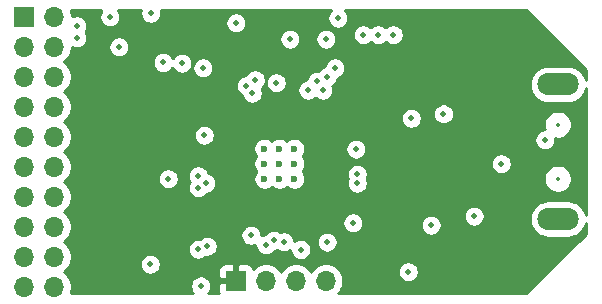
<source format=gbr>
%TF.GenerationSoftware,KiCad,Pcbnew,(5.1.9)-1*%
%TF.CreationDate,2021-09-09T09:31:17+08:00*%
%TF.ProjectId,RP2040,52503230-3430-42e6-9b69-6361645f7063,rev?*%
%TF.SameCoordinates,Original*%
%TF.FileFunction,Copper,L3,Inr*%
%TF.FilePolarity,Positive*%
%FSLAX46Y46*%
G04 Gerber Fmt 4.6, Leading zero omitted, Abs format (unit mm)*
G04 Created by KiCad (PCBNEW (5.1.9)-1) date 2021-09-09 09:31:17*
%MOMM*%
%LPD*%
G01*
G04 APERTURE LIST*
%TA.AperFunction,ComponentPad*%
%ADD10O,3.500000X1.900000*%
%TD*%
%TA.AperFunction,ComponentPad*%
%ADD11O,1.700000X1.700000*%
%TD*%
%TA.AperFunction,ComponentPad*%
%ADD12R,1.700000X1.700000*%
%TD*%
%TA.AperFunction,ComponentPad*%
%ADD13C,0.600000*%
%TD*%
%TA.AperFunction,ViaPad*%
%ADD14C,0.508000*%
%TD*%
%TA.AperFunction,Conductor*%
%ADD15C,0.254000*%
%TD*%
%TA.AperFunction,Conductor*%
%ADD16C,0.350000*%
%TD*%
%ADD17C,0.304800*%
%ADD18C,0.350000*%
%ADD19O,2.500000X0.900000*%
G04 APERTURE END LIST*
D10*
%TO.N,GND*%
%TO.C,J1*%
X173440000Y-94600000D03*
X173440000Y-83200000D03*
%TD*%
D11*
%TO.N,Net-(J3-Pad20)*%
%TO.C,J3*%
X130810000Y-100330000D03*
%TO.N,Net-(J3-Pad19)*%
X128270000Y-100330000D03*
%TO.N,Net-(J3-Pad18)*%
X130810000Y-97790000D03*
%TO.N,Net-(J3-Pad17)*%
X128270000Y-97790000D03*
%TO.N,Net-(J3-Pad16)*%
X130810000Y-95250000D03*
%TO.N,Net-(J3-Pad15)*%
X128270000Y-95250000D03*
%TO.N,Net-(J3-Pad14)*%
X130810000Y-92710000D03*
%TO.N,Net-(J3-Pad13)*%
X128270000Y-92710000D03*
%TO.N,Net-(J3-Pad12)*%
X130810000Y-90170000D03*
%TO.N,Net-(J3-Pad11)*%
X128270000Y-90170000D03*
%TO.N,Net-(J3-Pad10)*%
X130810000Y-87630000D03*
%TO.N,Net-(J3-Pad9)*%
X128270000Y-87630000D03*
%TO.N,Net-(J3-Pad8)*%
X130810000Y-85090000D03*
%TO.N,Net-(J3-Pad7)*%
X128270000Y-85090000D03*
%TO.N,Net-(J3-Pad6)*%
X130810000Y-82550000D03*
%TO.N,Net-(J3-Pad5)*%
X128270000Y-82550000D03*
%TO.N,Net-(J3-Pad4)*%
X130810000Y-80010000D03*
%TO.N,Net-(J3-Pad3)*%
X128270000Y-80010000D03*
%TO.N,Vdrive*%
X130810000Y-77470000D03*
D12*
%TO.N,GND*%
X128270000Y-77470000D03*
%TD*%
D13*
%TO.N,GND*%
%TO.C,U4*%
X148585000Y-91191000D03*
X148585000Y-89916000D03*
X148585000Y-88641000D03*
X149860000Y-91191000D03*
X149860000Y-89916000D03*
X149860000Y-88641000D03*
X151135000Y-91191000D03*
X151135000Y-89916000D03*
X151135000Y-88641000D03*
%TD*%
D11*
%TO.N,GND*%
%TO.C,J2*%
X153797000Y-99822000D03*
%TO.N,/SWCLK*%
X151257000Y-99822000D03*
%TO.N,/SWD*%
X148717000Y-99822000D03*
D12*
%TO.N,+3V3*%
X146177000Y-99822000D03*
%TD*%
D14*
%TO.N,/USB_D+*%
X156464000Y-90805000D03*
%TO.N,/USB_D-*%
X156464000Y-91567000D03*
%TO.N,GND*%
X166344600Y-94361000D03*
X154813000Y-77597000D03*
X153797000Y-79375000D03*
X143510000Y-87503000D03*
X143383000Y-81788000D03*
X147574000Y-83947000D03*
X138963500Y-77190500D03*
X132715000Y-78232000D03*
X151663400Y-97180400D03*
X156080400Y-94917200D03*
X153898600Y-96545400D03*
X156337000Y-88671400D03*
X162712400Y-95123000D03*
X163753800Y-85699600D03*
X161036000Y-86080600D03*
X147447000Y-95986600D03*
X153035000Y-82931000D03*
X143002000Y-90932000D03*
X140462000Y-91186000D03*
%TO.N,+3V3*%
X153797000Y-77216000D03*
X159512000Y-86106000D03*
X160020000Y-93472000D03*
X141732000Y-98933000D03*
X145161000Y-89916000D03*
X154305000Y-90297000D03*
X152877500Y-94518500D03*
X154368500Y-92773500D03*
X152908000Y-85725000D03*
X148717000Y-85217000D03*
X143179800Y-79298800D03*
X146812000Y-95478600D03*
%TO.N,/USB_D-*%
X172339000Y-87884000D03*
%TO.N,/USB_D+*%
X168656000Y-89916000D03*
%TO.N,/SWCLK*%
X143637000Y-91567000D03*
X143764000Y-96901000D03*
%TO.N,/SWD*%
X143002000Y-91948000D03*
X143002000Y-97155000D03*
%TO.N,Vdrive*%
X138938000Y-98425000D03*
X135509000Y-77470000D03*
X136271000Y-80010000D03*
X148717000Y-96774000D03*
%TO.N,/DUT_PWR_CTL*%
X150241000Y-96520000D03*
X143190000Y-100269000D03*
%TO.N,/QSPI_SS*%
X159512000Y-78994000D03*
X153543000Y-83693000D03*
%TO.N,/LED1*%
X147828000Y-82804000D03*
X141605000Y-81407000D03*
%TO.N,/LED2*%
X147066000Y-83312000D03*
X140017500Y-81343500D03*
%TO.N,/QSPI_SD2*%
X154559000Y-81788000D03*
X156972000Y-78994000D03*
%TO.N,/QSPI_SD1*%
X153924000Y-82550000D03*
X158242000Y-78994000D03*
%TO.N,Net-(J3-Pad3)*%
X132715000Y-79248000D03*
%TO.N,/W25_SS*%
X146177000Y-77978000D03*
X152273000Y-83693000D03*
%TO.N,/SW_USER*%
X149377400Y-96393000D03*
X160782000Y-99060000D03*
%TO.N,/W25_SD3*%
X149606000Y-83058000D03*
X150749000Y-79375000D03*
%TD*%
D15*
%TO.N,+3V3*%
X175795001Y-81967649D02*
X175795001Y-82865996D01*
X175711434Y-82590512D01*
X175564256Y-82315161D01*
X175366187Y-82073813D01*
X175124839Y-81875744D01*
X174849488Y-81728566D01*
X174550714Y-81637934D01*
X174317864Y-81615000D01*
X172562136Y-81615000D01*
X172329286Y-81637934D01*
X172030512Y-81728566D01*
X171755161Y-81875744D01*
X171513813Y-82073813D01*
X171315744Y-82315161D01*
X171168566Y-82590512D01*
X171077934Y-82889286D01*
X171047331Y-83200000D01*
X171077934Y-83510714D01*
X171168566Y-83809488D01*
X171315744Y-84084839D01*
X171513813Y-84326187D01*
X171755161Y-84524256D01*
X172030512Y-84671434D01*
X172329286Y-84762066D01*
X172562136Y-84785000D01*
X174317864Y-84785000D01*
X174550714Y-84762066D01*
X174849488Y-84671434D01*
X175124839Y-84524256D01*
X175366187Y-84326187D01*
X175564256Y-84084839D01*
X175711434Y-83809488D01*
X175795001Y-83534005D01*
X175795000Y-94265993D01*
X175711434Y-93990512D01*
X175564256Y-93715161D01*
X175366187Y-93473813D01*
X175124839Y-93275744D01*
X174849488Y-93128566D01*
X174550714Y-93037934D01*
X174317864Y-93015000D01*
X172562136Y-93015000D01*
X172329286Y-93037934D01*
X172030512Y-93128566D01*
X171755161Y-93275744D01*
X171513813Y-93473813D01*
X171315744Y-93715161D01*
X171168566Y-93990512D01*
X171077934Y-94289286D01*
X171047331Y-94600000D01*
X171077934Y-94910714D01*
X171168566Y-95209488D01*
X171315744Y-95484839D01*
X171513813Y-95726187D01*
X171755161Y-95924256D01*
X172030512Y-96071434D01*
X172329286Y-96162066D01*
X172562136Y-96185000D01*
X174317864Y-96185000D01*
X174550714Y-96162066D01*
X174849488Y-96071434D01*
X175124839Y-95924256D01*
X175366187Y-95726187D01*
X175564256Y-95484839D01*
X175711434Y-95209488D01*
X175795000Y-94934007D01*
X175795000Y-95836754D01*
X170764554Y-100867195D01*
X154851909Y-100867198D01*
X154950475Y-100768632D01*
X155112990Y-100525411D01*
X155224932Y-100255158D01*
X155282000Y-99968260D01*
X155282000Y-99675740D01*
X155224932Y-99388842D01*
X155112990Y-99118589D01*
X155015338Y-98972441D01*
X159893000Y-98972441D01*
X159893000Y-99147559D01*
X159927164Y-99319312D01*
X159994179Y-99481099D01*
X160091469Y-99626704D01*
X160215296Y-99750531D01*
X160360901Y-99847821D01*
X160522688Y-99914836D01*
X160694441Y-99949000D01*
X160869559Y-99949000D01*
X161041312Y-99914836D01*
X161203099Y-99847821D01*
X161348704Y-99750531D01*
X161472531Y-99626704D01*
X161569821Y-99481099D01*
X161636836Y-99319312D01*
X161671000Y-99147559D01*
X161671000Y-98972441D01*
X161636836Y-98800688D01*
X161569821Y-98638901D01*
X161472531Y-98493296D01*
X161348704Y-98369469D01*
X161203099Y-98272179D01*
X161041312Y-98205164D01*
X160869559Y-98171000D01*
X160694441Y-98171000D01*
X160522688Y-98205164D01*
X160360901Y-98272179D01*
X160215296Y-98369469D01*
X160091469Y-98493296D01*
X159994179Y-98638901D01*
X159927164Y-98800688D01*
X159893000Y-98972441D01*
X155015338Y-98972441D01*
X154950475Y-98875368D01*
X154743632Y-98668525D01*
X154500411Y-98506010D01*
X154230158Y-98394068D01*
X153943260Y-98337000D01*
X153650740Y-98337000D01*
X153363842Y-98394068D01*
X153093589Y-98506010D01*
X152850368Y-98668525D01*
X152643525Y-98875368D01*
X152527000Y-99049760D01*
X152410475Y-98875368D01*
X152203632Y-98668525D01*
X151960411Y-98506010D01*
X151690158Y-98394068D01*
X151403260Y-98337000D01*
X151110740Y-98337000D01*
X150823842Y-98394068D01*
X150553589Y-98506010D01*
X150310368Y-98668525D01*
X150103525Y-98875368D01*
X149987000Y-99049760D01*
X149870475Y-98875368D01*
X149663632Y-98668525D01*
X149420411Y-98506010D01*
X149150158Y-98394068D01*
X148863260Y-98337000D01*
X148570740Y-98337000D01*
X148283842Y-98394068D01*
X148013589Y-98506010D01*
X147770368Y-98668525D01*
X147638513Y-98800380D01*
X147616502Y-98727820D01*
X147557537Y-98617506D01*
X147478185Y-98520815D01*
X147381494Y-98441463D01*
X147271180Y-98382498D01*
X147151482Y-98346188D01*
X147027000Y-98333928D01*
X146462750Y-98337000D01*
X146304000Y-98495750D01*
X146304000Y-99695000D01*
X146324000Y-99695000D01*
X146324000Y-99949000D01*
X146304000Y-99949000D01*
X146304000Y-99969000D01*
X146050000Y-99969000D01*
X146050000Y-99949000D01*
X144850750Y-99949000D01*
X144692000Y-100107750D01*
X144688928Y-100672000D01*
X144701188Y-100796482D01*
X144722640Y-100867199D01*
X143849036Y-100867199D01*
X143880531Y-100835704D01*
X143977821Y-100690099D01*
X144044836Y-100528312D01*
X144079000Y-100356559D01*
X144079000Y-100181441D01*
X144044836Y-100009688D01*
X143977821Y-99847901D01*
X143880531Y-99702296D01*
X143756704Y-99578469D01*
X143611099Y-99481179D01*
X143449312Y-99414164D01*
X143277559Y-99380000D01*
X143102441Y-99380000D01*
X142930688Y-99414164D01*
X142768901Y-99481179D01*
X142623296Y-99578469D01*
X142499469Y-99702296D01*
X142402179Y-99847901D01*
X142335164Y-100009688D01*
X142301000Y-100181441D01*
X142301000Y-100356559D01*
X142335164Y-100528312D01*
X142402179Y-100690099D01*
X142499469Y-100835704D01*
X142530965Y-100867200D01*
X132194836Y-100867201D01*
X132237932Y-100763158D01*
X132295000Y-100476260D01*
X132295000Y-100183740D01*
X132237932Y-99896842D01*
X132125990Y-99626589D01*
X131963475Y-99383368D01*
X131756632Y-99176525D01*
X131582240Y-99060000D01*
X131756632Y-98943475D01*
X131963475Y-98736632D01*
X132125990Y-98493411D01*
X132190594Y-98337441D01*
X138049000Y-98337441D01*
X138049000Y-98512559D01*
X138083164Y-98684312D01*
X138150179Y-98846099D01*
X138247469Y-98991704D01*
X138371296Y-99115531D01*
X138516901Y-99212821D01*
X138678688Y-99279836D01*
X138850441Y-99314000D01*
X139025559Y-99314000D01*
X139197312Y-99279836D01*
X139359099Y-99212821D01*
X139504704Y-99115531D01*
X139628531Y-98991704D01*
X139641696Y-98972000D01*
X144688928Y-98972000D01*
X144692000Y-99536250D01*
X144850750Y-99695000D01*
X146050000Y-99695000D01*
X146050000Y-98495750D01*
X145891250Y-98337000D01*
X145327000Y-98333928D01*
X145202518Y-98346188D01*
X145082820Y-98382498D01*
X144972506Y-98441463D01*
X144875815Y-98520815D01*
X144796463Y-98617506D01*
X144737498Y-98727820D01*
X144701188Y-98847518D01*
X144688928Y-98972000D01*
X139641696Y-98972000D01*
X139725821Y-98846099D01*
X139792836Y-98684312D01*
X139827000Y-98512559D01*
X139827000Y-98337441D01*
X139792836Y-98165688D01*
X139725821Y-98003901D01*
X139628531Y-97858296D01*
X139504704Y-97734469D01*
X139359099Y-97637179D01*
X139197312Y-97570164D01*
X139025559Y-97536000D01*
X138850441Y-97536000D01*
X138678688Y-97570164D01*
X138516901Y-97637179D01*
X138371296Y-97734469D01*
X138247469Y-97858296D01*
X138150179Y-98003901D01*
X138083164Y-98165688D01*
X138049000Y-98337441D01*
X132190594Y-98337441D01*
X132237932Y-98223158D01*
X132295000Y-97936260D01*
X132295000Y-97643740D01*
X132237932Y-97356842D01*
X132125990Y-97086589D01*
X132113196Y-97067441D01*
X142113000Y-97067441D01*
X142113000Y-97242559D01*
X142147164Y-97414312D01*
X142214179Y-97576099D01*
X142311469Y-97721704D01*
X142435296Y-97845531D01*
X142580901Y-97942821D01*
X142742688Y-98009836D01*
X142914441Y-98044000D01*
X143089559Y-98044000D01*
X143261312Y-98009836D01*
X143423099Y-97942821D01*
X143568704Y-97845531D01*
X143632897Y-97781338D01*
X143676441Y-97790000D01*
X143851559Y-97790000D01*
X144023312Y-97755836D01*
X144185099Y-97688821D01*
X144330704Y-97591531D01*
X144454531Y-97467704D01*
X144551821Y-97322099D01*
X144618836Y-97160312D01*
X144653000Y-96988559D01*
X144653000Y-96813441D01*
X144618836Y-96641688D01*
X144551821Y-96479901D01*
X144454531Y-96334296D01*
X144330704Y-96210469D01*
X144185099Y-96113179D01*
X144023312Y-96046164D01*
X143851559Y-96012000D01*
X143676441Y-96012000D01*
X143504688Y-96046164D01*
X143342901Y-96113179D01*
X143197296Y-96210469D01*
X143133103Y-96274662D01*
X143089559Y-96266000D01*
X142914441Y-96266000D01*
X142742688Y-96300164D01*
X142580901Y-96367179D01*
X142435296Y-96464469D01*
X142311469Y-96588296D01*
X142214179Y-96733901D01*
X142147164Y-96895688D01*
X142113000Y-97067441D01*
X132113196Y-97067441D01*
X131963475Y-96843368D01*
X131756632Y-96636525D01*
X131582240Y-96520000D01*
X131756632Y-96403475D01*
X131963475Y-96196632D01*
X132125990Y-95953411D01*
X132148510Y-95899041D01*
X146558000Y-95899041D01*
X146558000Y-96074159D01*
X146592164Y-96245912D01*
X146659179Y-96407699D01*
X146756469Y-96553304D01*
X146880296Y-96677131D01*
X147025901Y-96774421D01*
X147187688Y-96841436D01*
X147359441Y-96875600D01*
X147534559Y-96875600D01*
X147706312Y-96841436D01*
X147828000Y-96791031D01*
X147828000Y-96861559D01*
X147862164Y-97033312D01*
X147929179Y-97195099D01*
X148026469Y-97340704D01*
X148150296Y-97464531D01*
X148295901Y-97561821D01*
X148457688Y-97628836D01*
X148629441Y-97663000D01*
X148804559Y-97663000D01*
X148976312Y-97628836D01*
X149138099Y-97561821D01*
X149283704Y-97464531D01*
X149407531Y-97340704D01*
X149446756Y-97282000D01*
X149464959Y-97282000D01*
X149636712Y-97247836D01*
X149694378Y-97223950D01*
X149819901Y-97307821D01*
X149981688Y-97374836D01*
X150153441Y-97409000D01*
X150328559Y-97409000D01*
X150500312Y-97374836D01*
X150662099Y-97307821D01*
X150774400Y-97232784D01*
X150774400Y-97267959D01*
X150808564Y-97439712D01*
X150875579Y-97601499D01*
X150972869Y-97747104D01*
X151096696Y-97870931D01*
X151242301Y-97968221D01*
X151404088Y-98035236D01*
X151575841Y-98069400D01*
X151750959Y-98069400D01*
X151922712Y-98035236D01*
X152084499Y-97968221D01*
X152230104Y-97870931D01*
X152353931Y-97747104D01*
X152451221Y-97601499D01*
X152518236Y-97439712D01*
X152552400Y-97267959D01*
X152552400Y-97092841D01*
X152518236Y-96921088D01*
X152451221Y-96759301D01*
X152353931Y-96613696D01*
X152230104Y-96489869D01*
X152182171Y-96457841D01*
X153009600Y-96457841D01*
X153009600Y-96632959D01*
X153043764Y-96804712D01*
X153110779Y-96966499D01*
X153208069Y-97112104D01*
X153331896Y-97235931D01*
X153477501Y-97333221D01*
X153639288Y-97400236D01*
X153811041Y-97434400D01*
X153986159Y-97434400D01*
X154157912Y-97400236D01*
X154319699Y-97333221D01*
X154465304Y-97235931D01*
X154589131Y-97112104D01*
X154686421Y-96966499D01*
X154753436Y-96804712D01*
X154787600Y-96632959D01*
X154787600Y-96457841D01*
X154753436Y-96286088D01*
X154686421Y-96124301D01*
X154589131Y-95978696D01*
X154465304Y-95854869D01*
X154319699Y-95757579D01*
X154157912Y-95690564D01*
X153986159Y-95656400D01*
X153811041Y-95656400D01*
X153639288Y-95690564D01*
X153477501Y-95757579D01*
X153331896Y-95854869D01*
X153208069Y-95978696D01*
X153110779Y-96124301D01*
X153043764Y-96286088D01*
X153009600Y-96457841D01*
X152182171Y-96457841D01*
X152084499Y-96392579D01*
X151922712Y-96325564D01*
X151750959Y-96291400D01*
X151575841Y-96291400D01*
X151404088Y-96325564D01*
X151242301Y-96392579D01*
X151130000Y-96467616D01*
X151130000Y-96432441D01*
X151095836Y-96260688D01*
X151028821Y-96098901D01*
X150931531Y-95953296D01*
X150807704Y-95829469D01*
X150662099Y-95732179D01*
X150500312Y-95665164D01*
X150328559Y-95631000D01*
X150153441Y-95631000D01*
X149981688Y-95665164D01*
X149924022Y-95689050D01*
X149798499Y-95605179D01*
X149636712Y-95538164D01*
X149464959Y-95504000D01*
X149289841Y-95504000D01*
X149118088Y-95538164D01*
X148956301Y-95605179D01*
X148810696Y-95702469D01*
X148686869Y-95826296D01*
X148647644Y-95885000D01*
X148629441Y-95885000D01*
X148457688Y-95919164D01*
X148336000Y-95969569D01*
X148336000Y-95899041D01*
X148301836Y-95727288D01*
X148234821Y-95565501D01*
X148137531Y-95419896D01*
X148013704Y-95296069D01*
X147868099Y-95198779D01*
X147706312Y-95131764D01*
X147534559Y-95097600D01*
X147359441Y-95097600D01*
X147187688Y-95131764D01*
X147025901Y-95198779D01*
X146880296Y-95296069D01*
X146756469Y-95419896D01*
X146659179Y-95565501D01*
X146592164Y-95727288D01*
X146558000Y-95899041D01*
X132148510Y-95899041D01*
X132237932Y-95683158D01*
X132295000Y-95396260D01*
X132295000Y-95103740D01*
X132240478Y-94829641D01*
X155191400Y-94829641D01*
X155191400Y-95004759D01*
X155225564Y-95176512D01*
X155292579Y-95338299D01*
X155389869Y-95483904D01*
X155513696Y-95607731D01*
X155659301Y-95705021D01*
X155821088Y-95772036D01*
X155992841Y-95806200D01*
X156167959Y-95806200D01*
X156339712Y-95772036D01*
X156501499Y-95705021D01*
X156647104Y-95607731D01*
X156770931Y-95483904D01*
X156868221Y-95338299D01*
X156935236Y-95176512D01*
X156963296Y-95035441D01*
X161823400Y-95035441D01*
X161823400Y-95210559D01*
X161857564Y-95382312D01*
X161924579Y-95544099D01*
X162021869Y-95689704D01*
X162145696Y-95813531D01*
X162291301Y-95910821D01*
X162453088Y-95977836D01*
X162624841Y-96012000D01*
X162799959Y-96012000D01*
X162971712Y-95977836D01*
X163133499Y-95910821D01*
X163279104Y-95813531D01*
X163402931Y-95689704D01*
X163500221Y-95544099D01*
X163567236Y-95382312D01*
X163601400Y-95210559D01*
X163601400Y-95035441D01*
X163567236Y-94863688D01*
X163500221Y-94701901D01*
X163402931Y-94556296D01*
X163279104Y-94432469D01*
X163133499Y-94335179D01*
X162984452Y-94273441D01*
X165455600Y-94273441D01*
X165455600Y-94448559D01*
X165489764Y-94620312D01*
X165556779Y-94782099D01*
X165654069Y-94927704D01*
X165777896Y-95051531D01*
X165923501Y-95148821D01*
X166085288Y-95215836D01*
X166257041Y-95250000D01*
X166432159Y-95250000D01*
X166603912Y-95215836D01*
X166765699Y-95148821D01*
X166911304Y-95051531D01*
X167035131Y-94927704D01*
X167132421Y-94782099D01*
X167199436Y-94620312D01*
X167233600Y-94448559D01*
X167233600Y-94273441D01*
X167199436Y-94101688D01*
X167132421Y-93939901D01*
X167035131Y-93794296D01*
X166911304Y-93670469D01*
X166765699Y-93573179D01*
X166603912Y-93506164D01*
X166432159Y-93472000D01*
X166257041Y-93472000D01*
X166085288Y-93506164D01*
X165923501Y-93573179D01*
X165777896Y-93670469D01*
X165654069Y-93794296D01*
X165556779Y-93939901D01*
X165489764Y-94101688D01*
X165455600Y-94273441D01*
X162984452Y-94273441D01*
X162971712Y-94268164D01*
X162799959Y-94234000D01*
X162624841Y-94234000D01*
X162453088Y-94268164D01*
X162291301Y-94335179D01*
X162145696Y-94432469D01*
X162021869Y-94556296D01*
X161924579Y-94701901D01*
X161857564Y-94863688D01*
X161823400Y-95035441D01*
X156963296Y-95035441D01*
X156969400Y-95004759D01*
X156969400Y-94829641D01*
X156935236Y-94657888D01*
X156868221Y-94496101D01*
X156770931Y-94350496D01*
X156647104Y-94226669D01*
X156501499Y-94129379D01*
X156339712Y-94062364D01*
X156167959Y-94028200D01*
X155992841Y-94028200D01*
X155821088Y-94062364D01*
X155659301Y-94129379D01*
X155513696Y-94226669D01*
X155389869Y-94350496D01*
X155292579Y-94496101D01*
X155225564Y-94657888D01*
X155191400Y-94829641D01*
X132240478Y-94829641D01*
X132237932Y-94816842D01*
X132125990Y-94546589D01*
X131963475Y-94303368D01*
X131756632Y-94096525D01*
X131582240Y-93980000D01*
X131756632Y-93863475D01*
X131963475Y-93656632D01*
X132125990Y-93413411D01*
X132237932Y-93143158D01*
X132295000Y-92856260D01*
X132295000Y-92563740D01*
X132237932Y-92276842D01*
X132125990Y-92006589D01*
X131963475Y-91763368D01*
X131756632Y-91556525D01*
X131582240Y-91440000D01*
X131756632Y-91323475D01*
X131963475Y-91116632D01*
X131975629Y-91098441D01*
X139573000Y-91098441D01*
X139573000Y-91273559D01*
X139607164Y-91445312D01*
X139674179Y-91607099D01*
X139771469Y-91752704D01*
X139895296Y-91876531D01*
X140040901Y-91973821D01*
X140202688Y-92040836D01*
X140374441Y-92075000D01*
X140549559Y-92075000D01*
X140721312Y-92040836D01*
X140883099Y-91973821D01*
X141028704Y-91876531D01*
X141152531Y-91752704D01*
X141249821Y-91607099D01*
X141316836Y-91445312D01*
X141351000Y-91273559D01*
X141351000Y-91098441D01*
X141316836Y-90926688D01*
X141282768Y-90844441D01*
X142113000Y-90844441D01*
X142113000Y-91019559D01*
X142147164Y-91191312D01*
X142214179Y-91353099D01*
X142272244Y-91440000D01*
X142214179Y-91526901D01*
X142147164Y-91688688D01*
X142113000Y-91860441D01*
X142113000Y-92035559D01*
X142147164Y-92207312D01*
X142214179Y-92369099D01*
X142311469Y-92514704D01*
X142435296Y-92638531D01*
X142580901Y-92735821D01*
X142742688Y-92802836D01*
X142914441Y-92837000D01*
X143089559Y-92837000D01*
X143261312Y-92802836D01*
X143423099Y-92735821D01*
X143568704Y-92638531D01*
X143692531Y-92514704D01*
X143732859Y-92454349D01*
X143896312Y-92421836D01*
X144058099Y-92354821D01*
X144203704Y-92257531D01*
X144327531Y-92133704D01*
X144424821Y-91988099D01*
X144491836Y-91826312D01*
X144526000Y-91654559D01*
X144526000Y-91479441D01*
X144491836Y-91307688D01*
X144424821Y-91145901D01*
X144327531Y-91000296D01*
X144203704Y-90876469D01*
X144058099Y-90779179D01*
X143896312Y-90712164D01*
X143863386Y-90705614D01*
X143856836Y-90672688D01*
X143789821Y-90510901D01*
X143692531Y-90365296D01*
X143568704Y-90241469D01*
X143423099Y-90144179D01*
X143261312Y-90077164D01*
X143089559Y-90043000D01*
X142914441Y-90043000D01*
X142742688Y-90077164D01*
X142580901Y-90144179D01*
X142435296Y-90241469D01*
X142311469Y-90365296D01*
X142214179Y-90510901D01*
X142147164Y-90672688D01*
X142113000Y-90844441D01*
X141282768Y-90844441D01*
X141249821Y-90764901D01*
X141152531Y-90619296D01*
X141028704Y-90495469D01*
X140883099Y-90398179D01*
X140721312Y-90331164D01*
X140549559Y-90297000D01*
X140374441Y-90297000D01*
X140202688Y-90331164D01*
X140040901Y-90398179D01*
X139895296Y-90495469D01*
X139771469Y-90619296D01*
X139674179Y-90764901D01*
X139607164Y-90926688D01*
X139573000Y-91098441D01*
X131975629Y-91098441D01*
X132125990Y-90873411D01*
X132237932Y-90603158D01*
X132295000Y-90316260D01*
X132295000Y-90023740D01*
X132237932Y-89736842D01*
X132125990Y-89466589D01*
X131963475Y-89223368D01*
X131756632Y-89016525D01*
X131582240Y-88900000D01*
X131756632Y-88783475D01*
X131963475Y-88576632D01*
X131981997Y-88548911D01*
X147650000Y-88548911D01*
X147650000Y-88733089D01*
X147685932Y-88913729D01*
X147756414Y-89083889D01*
X147858738Y-89237028D01*
X147900210Y-89278500D01*
X147858738Y-89319972D01*
X147756414Y-89473111D01*
X147685932Y-89643271D01*
X147650000Y-89823911D01*
X147650000Y-90008089D01*
X147685932Y-90188729D01*
X147756414Y-90358889D01*
X147858738Y-90512028D01*
X147900210Y-90553500D01*
X147858738Y-90594972D01*
X147756414Y-90748111D01*
X147685932Y-90918271D01*
X147650000Y-91098911D01*
X147650000Y-91283089D01*
X147685932Y-91463729D01*
X147756414Y-91633889D01*
X147858738Y-91787028D01*
X147988972Y-91917262D01*
X148142111Y-92019586D01*
X148312271Y-92090068D01*
X148492911Y-92126000D01*
X148677089Y-92126000D01*
X148857729Y-92090068D01*
X149027889Y-92019586D01*
X149181028Y-91917262D01*
X149222500Y-91875790D01*
X149263972Y-91917262D01*
X149417111Y-92019586D01*
X149587271Y-92090068D01*
X149767911Y-92126000D01*
X149952089Y-92126000D01*
X150132729Y-92090068D01*
X150302889Y-92019586D01*
X150456028Y-91917262D01*
X150497500Y-91875790D01*
X150538972Y-91917262D01*
X150692111Y-92019586D01*
X150862271Y-92090068D01*
X151042911Y-92126000D01*
X151227089Y-92126000D01*
X151407729Y-92090068D01*
X151577889Y-92019586D01*
X151731028Y-91917262D01*
X151861262Y-91787028D01*
X151963586Y-91633889D01*
X152034068Y-91463729D01*
X152070000Y-91283089D01*
X152070000Y-91098911D01*
X152034068Y-90918271D01*
X151963586Y-90748111D01*
X151943094Y-90717441D01*
X155575000Y-90717441D01*
X155575000Y-90892559D01*
X155609164Y-91064312D01*
X155659569Y-91186000D01*
X155609164Y-91307688D01*
X155575000Y-91479441D01*
X155575000Y-91654559D01*
X155609164Y-91826312D01*
X155676179Y-91988099D01*
X155773469Y-92133704D01*
X155897296Y-92257531D01*
X156042901Y-92354821D01*
X156204688Y-92421836D01*
X156376441Y-92456000D01*
X156551559Y-92456000D01*
X156723312Y-92421836D01*
X156885099Y-92354821D01*
X157030704Y-92257531D01*
X157154531Y-92133704D01*
X157251821Y-91988099D01*
X157318836Y-91826312D01*
X157353000Y-91654559D01*
X157353000Y-91479441D01*
X157318836Y-91307688D01*
X157268431Y-91186000D01*
X157310975Y-91083288D01*
X172255000Y-91083288D01*
X172255000Y-91316712D01*
X172300539Y-91545652D01*
X172389866Y-91761308D01*
X172519550Y-91955394D01*
X172684606Y-92120450D01*
X172878692Y-92250134D01*
X173094348Y-92339461D01*
X173323288Y-92385000D01*
X173556712Y-92385000D01*
X173785652Y-92339461D01*
X174001308Y-92250134D01*
X174195394Y-92120450D01*
X174360450Y-91955394D01*
X174490134Y-91761308D01*
X174579461Y-91545652D01*
X174625000Y-91316712D01*
X174625000Y-91083288D01*
X174579461Y-90854348D01*
X174490134Y-90638692D01*
X174360450Y-90444606D01*
X174195394Y-90279550D01*
X174001308Y-90149866D01*
X173785652Y-90060539D01*
X173556712Y-90015000D01*
X173323288Y-90015000D01*
X173094348Y-90060539D01*
X172878692Y-90149866D01*
X172684606Y-90279550D01*
X172519550Y-90444606D01*
X172389866Y-90638692D01*
X172300539Y-90854348D01*
X172255000Y-91083288D01*
X157310975Y-91083288D01*
X157318836Y-91064312D01*
X157353000Y-90892559D01*
X157353000Y-90717441D01*
X157318836Y-90545688D01*
X157251821Y-90383901D01*
X157154531Y-90238296D01*
X157030704Y-90114469D01*
X156885099Y-90017179D01*
X156723312Y-89950164D01*
X156551559Y-89916000D01*
X156376441Y-89916000D01*
X156204688Y-89950164D01*
X156042901Y-90017179D01*
X155897296Y-90114469D01*
X155773469Y-90238296D01*
X155676179Y-90383901D01*
X155609164Y-90545688D01*
X155575000Y-90717441D01*
X151943094Y-90717441D01*
X151861262Y-90594972D01*
X151819790Y-90553500D01*
X151861262Y-90512028D01*
X151963586Y-90358889D01*
X152034068Y-90188729D01*
X152070000Y-90008089D01*
X152070000Y-89828441D01*
X167767000Y-89828441D01*
X167767000Y-90003559D01*
X167801164Y-90175312D01*
X167868179Y-90337099D01*
X167965469Y-90482704D01*
X168089296Y-90606531D01*
X168234901Y-90703821D01*
X168396688Y-90770836D01*
X168568441Y-90805000D01*
X168743559Y-90805000D01*
X168915312Y-90770836D01*
X169077099Y-90703821D01*
X169222704Y-90606531D01*
X169346531Y-90482704D01*
X169443821Y-90337099D01*
X169510836Y-90175312D01*
X169545000Y-90003559D01*
X169545000Y-89828441D01*
X169510836Y-89656688D01*
X169443821Y-89494901D01*
X169346531Y-89349296D01*
X169222704Y-89225469D01*
X169077099Y-89128179D01*
X168915312Y-89061164D01*
X168743559Y-89027000D01*
X168568441Y-89027000D01*
X168396688Y-89061164D01*
X168234901Y-89128179D01*
X168089296Y-89225469D01*
X167965469Y-89349296D01*
X167868179Y-89494901D01*
X167801164Y-89656688D01*
X167767000Y-89828441D01*
X152070000Y-89828441D01*
X152070000Y-89823911D01*
X152034068Y-89643271D01*
X151963586Y-89473111D01*
X151861262Y-89319972D01*
X151819790Y-89278500D01*
X151861262Y-89237028D01*
X151963586Y-89083889D01*
X152034068Y-88913729D01*
X152070000Y-88733089D01*
X152070000Y-88583841D01*
X155448000Y-88583841D01*
X155448000Y-88758959D01*
X155482164Y-88930712D01*
X155549179Y-89092499D01*
X155646469Y-89238104D01*
X155770296Y-89361931D01*
X155915901Y-89459221D01*
X156077688Y-89526236D01*
X156249441Y-89560400D01*
X156424559Y-89560400D01*
X156596312Y-89526236D01*
X156758099Y-89459221D01*
X156903704Y-89361931D01*
X157027531Y-89238104D01*
X157124821Y-89092499D01*
X157191836Y-88930712D01*
X157226000Y-88758959D01*
X157226000Y-88583841D01*
X157191836Y-88412088D01*
X157124821Y-88250301D01*
X157027531Y-88104696D01*
X156903704Y-87980869D01*
X156758099Y-87883579D01*
X156596312Y-87816564D01*
X156495148Y-87796441D01*
X171450000Y-87796441D01*
X171450000Y-87971559D01*
X171484164Y-88143312D01*
X171551179Y-88305099D01*
X171648469Y-88450704D01*
X171772296Y-88574531D01*
X171917901Y-88671821D01*
X172079688Y-88738836D01*
X172251441Y-88773000D01*
X172426559Y-88773000D01*
X172598312Y-88738836D01*
X172760099Y-88671821D01*
X172905704Y-88574531D01*
X173029531Y-88450704D01*
X173126821Y-88305099D01*
X173193836Y-88143312D01*
X173228000Y-87971559D01*
X173228000Y-87796441D01*
X173221705Y-87764794D01*
X173323288Y-87785000D01*
X173556712Y-87785000D01*
X173785652Y-87739461D01*
X174001308Y-87650134D01*
X174195394Y-87520450D01*
X174360450Y-87355394D01*
X174490134Y-87161308D01*
X174579461Y-86945652D01*
X174625000Y-86716712D01*
X174625000Y-86483288D01*
X174579461Y-86254348D01*
X174490134Y-86038692D01*
X174360450Y-85844606D01*
X174195394Y-85679550D01*
X174001308Y-85549866D01*
X173785652Y-85460539D01*
X173556712Y-85415000D01*
X173323288Y-85415000D01*
X173094348Y-85460539D01*
X172878692Y-85549866D01*
X172684606Y-85679550D01*
X172519550Y-85844606D01*
X172389866Y-86038692D01*
X172300539Y-86254348D01*
X172255000Y-86483288D01*
X172255000Y-86716712D01*
X172300539Y-86945652D01*
X172320979Y-86995000D01*
X172251441Y-86995000D01*
X172079688Y-87029164D01*
X171917901Y-87096179D01*
X171772296Y-87193469D01*
X171648469Y-87317296D01*
X171551179Y-87462901D01*
X171484164Y-87624688D01*
X171450000Y-87796441D01*
X156495148Y-87796441D01*
X156424559Y-87782400D01*
X156249441Y-87782400D01*
X156077688Y-87816564D01*
X155915901Y-87883579D01*
X155770296Y-87980869D01*
X155646469Y-88104696D01*
X155549179Y-88250301D01*
X155482164Y-88412088D01*
X155448000Y-88583841D01*
X152070000Y-88583841D01*
X152070000Y-88548911D01*
X152034068Y-88368271D01*
X151963586Y-88198111D01*
X151861262Y-88044972D01*
X151731028Y-87914738D01*
X151577889Y-87812414D01*
X151407729Y-87741932D01*
X151227089Y-87706000D01*
X151042911Y-87706000D01*
X150862271Y-87741932D01*
X150692111Y-87812414D01*
X150538972Y-87914738D01*
X150497500Y-87956210D01*
X150456028Y-87914738D01*
X150302889Y-87812414D01*
X150132729Y-87741932D01*
X149952089Y-87706000D01*
X149767911Y-87706000D01*
X149587271Y-87741932D01*
X149417111Y-87812414D01*
X149263972Y-87914738D01*
X149222500Y-87956210D01*
X149181028Y-87914738D01*
X149027889Y-87812414D01*
X148857729Y-87741932D01*
X148677089Y-87706000D01*
X148492911Y-87706000D01*
X148312271Y-87741932D01*
X148142111Y-87812414D01*
X147988972Y-87914738D01*
X147858738Y-88044972D01*
X147756414Y-88198111D01*
X147685932Y-88368271D01*
X147650000Y-88548911D01*
X131981997Y-88548911D01*
X132125990Y-88333411D01*
X132237932Y-88063158D01*
X132295000Y-87776260D01*
X132295000Y-87483740D01*
X132281415Y-87415441D01*
X142621000Y-87415441D01*
X142621000Y-87590559D01*
X142655164Y-87762312D01*
X142722179Y-87924099D01*
X142819469Y-88069704D01*
X142943296Y-88193531D01*
X143088901Y-88290821D01*
X143250688Y-88357836D01*
X143422441Y-88392000D01*
X143597559Y-88392000D01*
X143769312Y-88357836D01*
X143931099Y-88290821D01*
X144076704Y-88193531D01*
X144200531Y-88069704D01*
X144297821Y-87924099D01*
X144364836Y-87762312D01*
X144399000Y-87590559D01*
X144399000Y-87415441D01*
X144364836Y-87243688D01*
X144297821Y-87081901D01*
X144200531Y-86936296D01*
X144076704Y-86812469D01*
X143931099Y-86715179D01*
X143769312Y-86648164D01*
X143597559Y-86614000D01*
X143422441Y-86614000D01*
X143250688Y-86648164D01*
X143088901Y-86715179D01*
X142943296Y-86812469D01*
X142819469Y-86936296D01*
X142722179Y-87081901D01*
X142655164Y-87243688D01*
X142621000Y-87415441D01*
X132281415Y-87415441D01*
X132237932Y-87196842D01*
X132125990Y-86926589D01*
X131963475Y-86683368D01*
X131756632Y-86476525D01*
X131582240Y-86360000D01*
X131756632Y-86243475D01*
X131963475Y-86036632D01*
X131992601Y-85993041D01*
X160147000Y-85993041D01*
X160147000Y-86168159D01*
X160181164Y-86339912D01*
X160248179Y-86501699D01*
X160345469Y-86647304D01*
X160469296Y-86771131D01*
X160614901Y-86868421D01*
X160776688Y-86935436D01*
X160948441Y-86969600D01*
X161123559Y-86969600D01*
X161295312Y-86935436D01*
X161457099Y-86868421D01*
X161602704Y-86771131D01*
X161726531Y-86647304D01*
X161823821Y-86501699D01*
X161890836Y-86339912D01*
X161925000Y-86168159D01*
X161925000Y-85993041D01*
X161890836Y-85821288D01*
X161823821Y-85659501D01*
X161792110Y-85612041D01*
X162864800Y-85612041D01*
X162864800Y-85787159D01*
X162898964Y-85958912D01*
X162965979Y-86120699D01*
X163063269Y-86266304D01*
X163187096Y-86390131D01*
X163332701Y-86487421D01*
X163494488Y-86554436D01*
X163666241Y-86588600D01*
X163841359Y-86588600D01*
X164013112Y-86554436D01*
X164174899Y-86487421D01*
X164320504Y-86390131D01*
X164444331Y-86266304D01*
X164541621Y-86120699D01*
X164608636Y-85958912D01*
X164642800Y-85787159D01*
X164642800Y-85612041D01*
X164608636Y-85440288D01*
X164541621Y-85278501D01*
X164444331Y-85132896D01*
X164320504Y-85009069D01*
X164174899Y-84911779D01*
X164013112Y-84844764D01*
X163841359Y-84810600D01*
X163666241Y-84810600D01*
X163494488Y-84844764D01*
X163332701Y-84911779D01*
X163187096Y-85009069D01*
X163063269Y-85132896D01*
X162965979Y-85278501D01*
X162898964Y-85440288D01*
X162864800Y-85612041D01*
X161792110Y-85612041D01*
X161726531Y-85513896D01*
X161602704Y-85390069D01*
X161457099Y-85292779D01*
X161295312Y-85225764D01*
X161123559Y-85191600D01*
X160948441Y-85191600D01*
X160776688Y-85225764D01*
X160614901Y-85292779D01*
X160469296Y-85390069D01*
X160345469Y-85513896D01*
X160248179Y-85659501D01*
X160181164Y-85821288D01*
X160147000Y-85993041D01*
X131992601Y-85993041D01*
X132125990Y-85793411D01*
X132237932Y-85523158D01*
X132295000Y-85236260D01*
X132295000Y-84943740D01*
X132237932Y-84656842D01*
X132125990Y-84386589D01*
X131963475Y-84143368D01*
X131756632Y-83936525D01*
X131582240Y-83820000D01*
X131756632Y-83703475D01*
X131963475Y-83496632D01*
X132125990Y-83253411D01*
X132137989Y-83224441D01*
X146177000Y-83224441D01*
X146177000Y-83399559D01*
X146211164Y-83571312D01*
X146278179Y-83733099D01*
X146375469Y-83878704D01*
X146499296Y-84002531D01*
X146644901Y-84099821D01*
X146702748Y-84123782D01*
X146719164Y-84206312D01*
X146786179Y-84368099D01*
X146883469Y-84513704D01*
X147007296Y-84637531D01*
X147152901Y-84734821D01*
X147314688Y-84801836D01*
X147486441Y-84836000D01*
X147661559Y-84836000D01*
X147833312Y-84801836D01*
X147995099Y-84734821D01*
X148140704Y-84637531D01*
X148264531Y-84513704D01*
X148361821Y-84368099D01*
X148428836Y-84206312D01*
X148463000Y-84034559D01*
X148463000Y-83859441D01*
X148428836Y-83687688D01*
X148361821Y-83525901D01*
X148357480Y-83519404D01*
X148394704Y-83494531D01*
X148518531Y-83370704D01*
X148615821Y-83225099D01*
X148682836Y-83063312D01*
X148701309Y-82970441D01*
X148717000Y-82970441D01*
X148717000Y-83145559D01*
X148751164Y-83317312D01*
X148818179Y-83479099D01*
X148915469Y-83624704D01*
X149039296Y-83748531D01*
X149184901Y-83845821D01*
X149346688Y-83912836D01*
X149518441Y-83947000D01*
X149693559Y-83947000D01*
X149865312Y-83912836D01*
X150027099Y-83845821D01*
X150172704Y-83748531D01*
X150296531Y-83624704D01*
X150309402Y-83605441D01*
X151384000Y-83605441D01*
X151384000Y-83780559D01*
X151418164Y-83952312D01*
X151485179Y-84114099D01*
X151582469Y-84259704D01*
X151706296Y-84383531D01*
X151851901Y-84480821D01*
X152013688Y-84547836D01*
X152185441Y-84582000D01*
X152360559Y-84582000D01*
X152532312Y-84547836D01*
X152694099Y-84480821D01*
X152839704Y-84383531D01*
X152908000Y-84315235D01*
X152976296Y-84383531D01*
X153121901Y-84480821D01*
X153283688Y-84547836D01*
X153455441Y-84582000D01*
X153630559Y-84582000D01*
X153802312Y-84547836D01*
X153964099Y-84480821D01*
X154109704Y-84383531D01*
X154233531Y-84259704D01*
X154330821Y-84114099D01*
X154397836Y-83952312D01*
X154432000Y-83780559D01*
X154432000Y-83605441D01*
X154397836Y-83433688D01*
X154355302Y-83331003D01*
X154490704Y-83240531D01*
X154614531Y-83116704D01*
X154711821Y-82971099D01*
X154778836Y-82809312D01*
X154811688Y-82644154D01*
X154818312Y-82642836D01*
X154980099Y-82575821D01*
X155125704Y-82478531D01*
X155249531Y-82354704D01*
X155346821Y-82209099D01*
X155413836Y-82047312D01*
X155448000Y-81875559D01*
X155448000Y-81700441D01*
X155413836Y-81528688D01*
X155346821Y-81366901D01*
X155249531Y-81221296D01*
X155125704Y-81097469D01*
X154980099Y-81000179D01*
X154818312Y-80933164D01*
X154646559Y-80899000D01*
X154471441Y-80899000D01*
X154299688Y-80933164D01*
X154137901Y-81000179D01*
X153992296Y-81097469D01*
X153868469Y-81221296D01*
X153771179Y-81366901D01*
X153704164Y-81528688D01*
X153671312Y-81693846D01*
X153664688Y-81695164D01*
X153502901Y-81762179D01*
X153357296Y-81859469D01*
X153233469Y-81983296D01*
X153185834Y-82054586D01*
X153122559Y-82042000D01*
X152947441Y-82042000D01*
X152775688Y-82076164D01*
X152613901Y-82143179D01*
X152468296Y-82240469D01*
X152344469Y-82364296D01*
X152247179Y-82509901D01*
X152180164Y-82671688D01*
X152152544Y-82810544D01*
X152013688Y-82838164D01*
X151851901Y-82905179D01*
X151706296Y-83002469D01*
X151582469Y-83126296D01*
X151485179Y-83271901D01*
X151418164Y-83433688D01*
X151384000Y-83605441D01*
X150309402Y-83605441D01*
X150393821Y-83479099D01*
X150460836Y-83317312D01*
X150495000Y-83145559D01*
X150495000Y-82970441D01*
X150460836Y-82798688D01*
X150393821Y-82636901D01*
X150296531Y-82491296D01*
X150172704Y-82367469D01*
X150027099Y-82270179D01*
X149865312Y-82203164D01*
X149693559Y-82169000D01*
X149518441Y-82169000D01*
X149346688Y-82203164D01*
X149184901Y-82270179D01*
X149039296Y-82367469D01*
X148915469Y-82491296D01*
X148818179Y-82636901D01*
X148751164Y-82798688D01*
X148717000Y-82970441D01*
X148701309Y-82970441D01*
X148717000Y-82891559D01*
X148717000Y-82716441D01*
X148682836Y-82544688D01*
X148615821Y-82382901D01*
X148518531Y-82237296D01*
X148394704Y-82113469D01*
X148249099Y-82016179D01*
X148087312Y-81949164D01*
X147915559Y-81915000D01*
X147740441Y-81915000D01*
X147568688Y-81949164D01*
X147406901Y-82016179D01*
X147261296Y-82113469D01*
X147137469Y-82237296D01*
X147040179Y-82382901D01*
X147023569Y-82423000D01*
X146978441Y-82423000D01*
X146806688Y-82457164D01*
X146644901Y-82524179D01*
X146499296Y-82621469D01*
X146375469Y-82745296D01*
X146278179Y-82890901D01*
X146211164Y-83052688D01*
X146177000Y-83224441D01*
X132137989Y-83224441D01*
X132237932Y-82983158D01*
X132295000Y-82696260D01*
X132295000Y-82403740D01*
X132237932Y-82116842D01*
X132125990Y-81846589D01*
X131963475Y-81603368D01*
X131756632Y-81396525D01*
X131582240Y-81280000D01*
X131618246Y-81255941D01*
X139128500Y-81255941D01*
X139128500Y-81431059D01*
X139162664Y-81602812D01*
X139229679Y-81764599D01*
X139326969Y-81910204D01*
X139450796Y-82034031D01*
X139596401Y-82131321D01*
X139758188Y-82198336D01*
X139929941Y-82232500D01*
X140105059Y-82232500D01*
X140276812Y-82198336D01*
X140438599Y-82131321D01*
X140584204Y-82034031D01*
X140708031Y-81910204D01*
X140796404Y-81777944D01*
X140817179Y-81828099D01*
X140914469Y-81973704D01*
X141038296Y-82097531D01*
X141183901Y-82194821D01*
X141345688Y-82261836D01*
X141517441Y-82296000D01*
X141692559Y-82296000D01*
X141864312Y-82261836D01*
X142026099Y-82194821D01*
X142171704Y-82097531D01*
X142295531Y-81973704D01*
X142392821Y-81828099D01*
X142445699Y-81700441D01*
X142494000Y-81700441D01*
X142494000Y-81875559D01*
X142528164Y-82047312D01*
X142595179Y-82209099D01*
X142692469Y-82354704D01*
X142816296Y-82478531D01*
X142961901Y-82575821D01*
X143123688Y-82642836D01*
X143295441Y-82677000D01*
X143470559Y-82677000D01*
X143642312Y-82642836D01*
X143804099Y-82575821D01*
X143949704Y-82478531D01*
X144073531Y-82354704D01*
X144170821Y-82209099D01*
X144237836Y-82047312D01*
X144272000Y-81875559D01*
X144272000Y-81700441D01*
X144237836Y-81528688D01*
X144170821Y-81366901D01*
X144073531Y-81221296D01*
X143949704Y-81097469D01*
X143804099Y-81000179D01*
X143642312Y-80933164D01*
X143470559Y-80899000D01*
X143295441Y-80899000D01*
X143123688Y-80933164D01*
X142961901Y-81000179D01*
X142816296Y-81097469D01*
X142692469Y-81221296D01*
X142595179Y-81366901D01*
X142528164Y-81528688D01*
X142494000Y-81700441D01*
X142445699Y-81700441D01*
X142459836Y-81666312D01*
X142494000Y-81494559D01*
X142494000Y-81319441D01*
X142459836Y-81147688D01*
X142392821Y-80985901D01*
X142295531Y-80840296D01*
X142171704Y-80716469D01*
X142026099Y-80619179D01*
X141864312Y-80552164D01*
X141692559Y-80518000D01*
X141517441Y-80518000D01*
X141345688Y-80552164D01*
X141183901Y-80619179D01*
X141038296Y-80716469D01*
X140914469Y-80840296D01*
X140826096Y-80972556D01*
X140805321Y-80922401D01*
X140708031Y-80776796D01*
X140584204Y-80652969D01*
X140438599Y-80555679D01*
X140276812Y-80488664D01*
X140105059Y-80454500D01*
X139929941Y-80454500D01*
X139758188Y-80488664D01*
X139596401Y-80555679D01*
X139450796Y-80652969D01*
X139326969Y-80776796D01*
X139229679Y-80922401D01*
X139162664Y-81084188D01*
X139128500Y-81255941D01*
X131618246Y-81255941D01*
X131756632Y-81163475D01*
X131963475Y-80956632D01*
X132125990Y-80713411D01*
X132237932Y-80443158D01*
X132295000Y-80156260D01*
X132295000Y-80036276D01*
X132455688Y-80102836D01*
X132627441Y-80137000D01*
X132802559Y-80137000D01*
X132974312Y-80102836D01*
X133136099Y-80035821D01*
X133281704Y-79938531D01*
X133297794Y-79922441D01*
X135382000Y-79922441D01*
X135382000Y-80097559D01*
X135416164Y-80269312D01*
X135483179Y-80431099D01*
X135580469Y-80576704D01*
X135704296Y-80700531D01*
X135849901Y-80797821D01*
X136011688Y-80864836D01*
X136183441Y-80899000D01*
X136358559Y-80899000D01*
X136530312Y-80864836D01*
X136692099Y-80797821D01*
X136837704Y-80700531D01*
X136961531Y-80576704D01*
X137058821Y-80431099D01*
X137125836Y-80269312D01*
X137160000Y-80097559D01*
X137160000Y-79922441D01*
X137125836Y-79750688D01*
X137058821Y-79588901D01*
X136961531Y-79443296D01*
X136837704Y-79319469D01*
X136789771Y-79287441D01*
X149860000Y-79287441D01*
X149860000Y-79462559D01*
X149894164Y-79634312D01*
X149961179Y-79796099D01*
X150058469Y-79941704D01*
X150182296Y-80065531D01*
X150327901Y-80162821D01*
X150489688Y-80229836D01*
X150661441Y-80264000D01*
X150836559Y-80264000D01*
X151008312Y-80229836D01*
X151170099Y-80162821D01*
X151315704Y-80065531D01*
X151439531Y-79941704D01*
X151536821Y-79796099D01*
X151603836Y-79634312D01*
X151638000Y-79462559D01*
X151638000Y-79287441D01*
X152908000Y-79287441D01*
X152908000Y-79462559D01*
X152942164Y-79634312D01*
X153009179Y-79796099D01*
X153106469Y-79941704D01*
X153230296Y-80065531D01*
X153375901Y-80162821D01*
X153537688Y-80229836D01*
X153709441Y-80264000D01*
X153884559Y-80264000D01*
X154056312Y-80229836D01*
X154218099Y-80162821D01*
X154363704Y-80065531D01*
X154487531Y-79941704D01*
X154584821Y-79796099D01*
X154651836Y-79634312D01*
X154686000Y-79462559D01*
X154686000Y-79287441D01*
X154651836Y-79115688D01*
X154584821Y-78953901D01*
X154553110Y-78906441D01*
X156083000Y-78906441D01*
X156083000Y-79081559D01*
X156117164Y-79253312D01*
X156184179Y-79415099D01*
X156281469Y-79560704D01*
X156405296Y-79684531D01*
X156550901Y-79781821D01*
X156712688Y-79848836D01*
X156884441Y-79883000D01*
X157059559Y-79883000D01*
X157231312Y-79848836D01*
X157393099Y-79781821D01*
X157538704Y-79684531D01*
X157607000Y-79616235D01*
X157675296Y-79684531D01*
X157820901Y-79781821D01*
X157982688Y-79848836D01*
X158154441Y-79883000D01*
X158329559Y-79883000D01*
X158501312Y-79848836D01*
X158663099Y-79781821D01*
X158808704Y-79684531D01*
X158877000Y-79616235D01*
X158945296Y-79684531D01*
X159090901Y-79781821D01*
X159252688Y-79848836D01*
X159424441Y-79883000D01*
X159599559Y-79883000D01*
X159771312Y-79848836D01*
X159933099Y-79781821D01*
X160078704Y-79684531D01*
X160202531Y-79560704D01*
X160299821Y-79415099D01*
X160366836Y-79253312D01*
X160401000Y-79081559D01*
X160401000Y-78906441D01*
X160366836Y-78734688D01*
X160299821Y-78572901D01*
X160202531Y-78427296D01*
X160078704Y-78303469D01*
X159933099Y-78206179D01*
X159771312Y-78139164D01*
X159599559Y-78105000D01*
X159424441Y-78105000D01*
X159252688Y-78139164D01*
X159090901Y-78206179D01*
X158945296Y-78303469D01*
X158877000Y-78371765D01*
X158808704Y-78303469D01*
X158663099Y-78206179D01*
X158501312Y-78139164D01*
X158329559Y-78105000D01*
X158154441Y-78105000D01*
X157982688Y-78139164D01*
X157820901Y-78206179D01*
X157675296Y-78303469D01*
X157607000Y-78371765D01*
X157538704Y-78303469D01*
X157393099Y-78206179D01*
X157231312Y-78139164D01*
X157059559Y-78105000D01*
X156884441Y-78105000D01*
X156712688Y-78139164D01*
X156550901Y-78206179D01*
X156405296Y-78303469D01*
X156281469Y-78427296D01*
X156184179Y-78572901D01*
X156117164Y-78734688D01*
X156083000Y-78906441D01*
X154553110Y-78906441D01*
X154487531Y-78808296D01*
X154363704Y-78684469D01*
X154218099Y-78587179D01*
X154056312Y-78520164D01*
X153884559Y-78486000D01*
X153709441Y-78486000D01*
X153537688Y-78520164D01*
X153375901Y-78587179D01*
X153230296Y-78684469D01*
X153106469Y-78808296D01*
X153009179Y-78953901D01*
X152942164Y-79115688D01*
X152908000Y-79287441D01*
X151638000Y-79287441D01*
X151603836Y-79115688D01*
X151536821Y-78953901D01*
X151439531Y-78808296D01*
X151315704Y-78684469D01*
X151170099Y-78587179D01*
X151008312Y-78520164D01*
X150836559Y-78486000D01*
X150661441Y-78486000D01*
X150489688Y-78520164D01*
X150327901Y-78587179D01*
X150182296Y-78684469D01*
X150058469Y-78808296D01*
X149961179Y-78953901D01*
X149894164Y-79115688D01*
X149860000Y-79287441D01*
X136789771Y-79287441D01*
X136692099Y-79222179D01*
X136530312Y-79155164D01*
X136358559Y-79121000D01*
X136183441Y-79121000D01*
X136011688Y-79155164D01*
X135849901Y-79222179D01*
X135704296Y-79319469D01*
X135580469Y-79443296D01*
X135483179Y-79588901D01*
X135416164Y-79750688D01*
X135382000Y-79922441D01*
X133297794Y-79922441D01*
X133405531Y-79814704D01*
X133502821Y-79669099D01*
X133569836Y-79507312D01*
X133604000Y-79335559D01*
X133604000Y-79160441D01*
X133569836Y-78988688D01*
X133502821Y-78826901D01*
X133444756Y-78740000D01*
X133502821Y-78653099D01*
X133569836Y-78491312D01*
X133604000Y-78319559D01*
X133604000Y-78144441D01*
X133569836Y-77972688D01*
X133502821Y-77810901D01*
X133405531Y-77665296D01*
X133281704Y-77541469D01*
X133136099Y-77444179D01*
X132974312Y-77377164D01*
X132802559Y-77343000D01*
X132627441Y-77343000D01*
X132455688Y-77377164D01*
X132295000Y-77443724D01*
X132295000Y-77323740D01*
X132237932Y-77036842D01*
X132196661Y-76937205D01*
X134795812Y-76937205D01*
X134721179Y-77048901D01*
X134654164Y-77210688D01*
X134620000Y-77382441D01*
X134620000Y-77557559D01*
X134654164Y-77729312D01*
X134721179Y-77891099D01*
X134818469Y-78036704D01*
X134942296Y-78160531D01*
X135087901Y-78257821D01*
X135249688Y-78324836D01*
X135421441Y-78359000D01*
X135596559Y-78359000D01*
X135768312Y-78324836D01*
X135930099Y-78257821D01*
X136075704Y-78160531D01*
X136199531Y-78036704D01*
X136296821Y-77891099D01*
X136363836Y-77729312D01*
X136398000Y-77557559D01*
X136398000Y-77382441D01*
X136363836Y-77210688D01*
X136296821Y-77048901D01*
X136222188Y-76937205D01*
X138107467Y-76937204D01*
X138074500Y-77102941D01*
X138074500Y-77278059D01*
X138108664Y-77449812D01*
X138175679Y-77611599D01*
X138272969Y-77757204D01*
X138396796Y-77881031D01*
X138542401Y-77978321D01*
X138704188Y-78045336D01*
X138875941Y-78079500D01*
X139051059Y-78079500D01*
X139222812Y-78045336D01*
X139384599Y-77978321D01*
X139516120Y-77890441D01*
X145288000Y-77890441D01*
X145288000Y-78065559D01*
X145322164Y-78237312D01*
X145389179Y-78399099D01*
X145486469Y-78544704D01*
X145610296Y-78668531D01*
X145755901Y-78765821D01*
X145917688Y-78832836D01*
X146089441Y-78867000D01*
X146264559Y-78867000D01*
X146436312Y-78832836D01*
X146598099Y-78765821D01*
X146743704Y-78668531D01*
X146867531Y-78544704D01*
X146964821Y-78399099D01*
X147031836Y-78237312D01*
X147066000Y-78065559D01*
X147066000Y-77890441D01*
X147031836Y-77718688D01*
X146964821Y-77556901D01*
X146867531Y-77411296D01*
X146743704Y-77287469D01*
X146598099Y-77190179D01*
X146436312Y-77123164D01*
X146264559Y-77089000D01*
X146089441Y-77089000D01*
X145917688Y-77123164D01*
X145755901Y-77190179D01*
X145610296Y-77287469D01*
X145486469Y-77411296D01*
X145389179Y-77556901D01*
X145322164Y-77718688D01*
X145288000Y-77890441D01*
X139516120Y-77890441D01*
X139530204Y-77881031D01*
X139654031Y-77757204D01*
X139751321Y-77611599D01*
X139818336Y-77449812D01*
X139852500Y-77278059D01*
X139852500Y-77102941D01*
X139819533Y-76937204D01*
X154215563Y-76937202D01*
X154122469Y-77030296D01*
X154025179Y-77175901D01*
X153958164Y-77337688D01*
X153924000Y-77509441D01*
X153924000Y-77684559D01*
X153958164Y-77856312D01*
X154025179Y-78018099D01*
X154122469Y-78163704D01*
X154246296Y-78287531D01*
X154391901Y-78384821D01*
X154553688Y-78451836D01*
X154725441Y-78486000D01*
X154900559Y-78486000D01*
X155072312Y-78451836D01*
X155234099Y-78384821D01*
X155379704Y-78287531D01*
X155503531Y-78163704D01*
X155600821Y-78018099D01*
X155667836Y-77856312D01*
X155702000Y-77684559D01*
X155702000Y-77509441D01*
X155667836Y-77337688D01*
X155600821Y-77175901D01*
X155503531Y-77030296D01*
X155410437Y-76937202D01*
X170764553Y-76937200D01*
X175795001Y-81967649D01*
%TA.AperFunction,Conductor*%
D16*
G36*
X175795001Y-81967649D02*
G01*
X175795001Y-82865996D01*
X175711434Y-82590512D01*
X175564256Y-82315161D01*
X175366187Y-82073813D01*
X175124839Y-81875744D01*
X174849488Y-81728566D01*
X174550714Y-81637934D01*
X174317864Y-81615000D01*
X172562136Y-81615000D01*
X172329286Y-81637934D01*
X172030512Y-81728566D01*
X171755161Y-81875744D01*
X171513813Y-82073813D01*
X171315744Y-82315161D01*
X171168566Y-82590512D01*
X171077934Y-82889286D01*
X171047331Y-83200000D01*
X171077934Y-83510714D01*
X171168566Y-83809488D01*
X171315744Y-84084839D01*
X171513813Y-84326187D01*
X171755161Y-84524256D01*
X172030512Y-84671434D01*
X172329286Y-84762066D01*
X172562136Y-84785000D01*
X174317864Y-84785000D01*
X174550714Y-84762066D01*
X174849488Y-84671434D01*
X175124839Y-84524256D01*
X175366187Y-84326187D01*
X175564256Y-84084839D01*
X175711434Y-83809488D01*
X175795001Y-83534005D01*
X175795000Y-94265993D01*
X175711434Y-93990512D01*
X175564256Y-93715161D01*
X175366187Y-93473813D01*
X175124839Y-93275744D01*
X174849488Y-93128566D01*
X174550714Y-93037934D01*
X174317864Y-93015000D01*
X172562136Y-93015000D01*
X172329286Y-93037934D01*
X172030512Y-93128566D01*
X171755161Y-93275744D01*
X171513813Y-93473813D01*
X171315744Y-93715161D01*
X171168566Y-93990512D01*
X171077934Y-94289286D01*
X171047331Y-94600000D01*
X171077934Y-94910714D01*
X171168566Y-95209488D01*
X171315744Y-95484839D01*
X171513813Y-95726187D01*
X171755161Y-95924256D01*
X172030512Y-96071434D01*
X172329286Y-96162066D01*
X172562136Y-96185000D01*
X174317864Y-96185000D01*
X174550714Y-96162066D01*
X174849488Y-96071434D01*
X175124839Y-95924256D01*
X175366187Y-95726187D01*
X175564256Y-95484839D01*
X175711434Y-95209488D01*
X175795000Y-94934007D01*
X175795000Y-95836754D01*
X170764554Y-100867195D01*
X154851909Y-100867198D01*
X154950475Y-100768632D01*
X155112990Y-100525411D01*
X155224932Y-100255158D01*
X155282000Y-99968260D01*
X155282000Y-99675740D01*
X155224932Y-99388842D01*
X155112990Y-99118589D01*
X155015338Y-98972441D01*
X159893000Y-98972441D01*
X159893000Y-99147559D01*
X159927164Y-99319312D01*
X159994179Y-99481099D01*
X160091469Y-99626704D01*
X160215296Y-99750531D01*
X160360901Y-99847821D01*
X160522688Y-99914836D01*
X160694441Y-99949000D01*
X160869559Y-99949000D01*
X161041312Y-99914836D01*
X161203099Y-99847821D01*
X161348704Y-99750531D01*
X161472531Y-99626704D01*
X161569821Y-99481099D01*
X161636836Y-99319312D01*
X161671000Y-99147559D01*
X161671000Y-98972441D01*
X161636836Y-98800688D01*
X161569821Y-98638901D01*
X161472531Y-98493296D01*
X161348704Y-98369469D01*
X161203099Y-98272179D01*
X161041312Y-98205164D01*
X160869559Y-98171000D01*
X160694441Y-98171000D01*
X160522688Y-98205164D01*
X160360901Y-98272179D01*
X160215296Y-98369469D01*
X160091469Y-98493296D01*
X159994179Y-98638901D01*
X159927164Y-98800688D01*
X159893000Y-98972441D01*
X155015338Y-98972441D01*
X154950475Y-98875368D01*
X154743632Y-98668525D01*
X154500411Y-98506010D01*
X154230158Y-98394068D01*
X153943260Y-98337000D01*
X153650740Y-98337000D01*
X153363842Y-98394068D01*
X153093589Y-98506010D01*
X152850368Y-98668525D01*
X152643525Y-98875368D01*
X152527000Y-99049760D01*
X152410475Y-98875368D01*
X152203632Y-98668525D01*
X151960411Y-98506010D01*
X151690158Y-98394068D01*
X151403260Y-98337000D01*
X151110740Y-98337000D01*
X150823842Y-98394068D01*
X150553589Y-98506010D01*
X150310368Y-98668525D01*
X150103525Y-98875368D01*
X149987000Y-99049760D01*
X149870475Y-98875368D01*
X149663632Y-98668525D01*
X149420411Y-98506010D01*
X149150158Y-98394068D01*
X148863260Y-98337000D01*
X148570740Y-98337000D01*
X148283842Y-98394068D01*
X148013589Y-98506010D01*
X147770368Y-98668525D01*
X147638513Y-98800380D01*
X147616502Y-98727820D01*
X147557537Y-98617506D01*
X147478185Y-98520815D01*
X147381494Y-98441463D01*
X147271180Y-98382498D01*
X147151482Y-98346188D01*
X147027000Y-98333928D01*
X146462750Y-98337000D01*
X146304000Y-98495750D01*
X146304000Y-99695000D01*
X146324000Y-99695000D01*
X146324000Y-99949000D01*
X146304000Y-99949000D01*
X146304000Y-99969000D01*
X146050000Y-99969000D01*
X146050000Y-99949000D01*
X144850750Y-99949000D01*
X144692000Y-100107750D01*
X144688928Y-100672000D01*
X144701188Y-100796482D01*
X144722640Y-100867199D01*
X143849036Y-100867199D01*
X143880531Y-100835704D01*
X143977821Y-100690099D01*
X144044836Y-100528312D01*
X144079000Y-100356559D01*
X144079000Y-100181441D01*
X144044836Y-100009688D01*
X143977821Y-99847901D01*
X143880531Y-99702296D01*
X143756704Y-99578469D01*
X143611099Y-99481179D01*
X143449312Y-99414164D01*
X143277559Y-99380000D01*
X143102441Y-99380000D01*
X142930688Y-99414164D01*
X142768901Y-99481179D01*
X142623296Y-99578469D01*
X142499469Y-99702296D01*
X142402179Y-99847901D01*
X142335164Y-100009688D01*
X142301000Y-100181441D01*
X142301000Y-100356559D01*
X142335164Y-100528312D01*
X142402179Y-100690099D01*
X142499469Y-100835704D01*
X142530965Y-100867200D01*
X132194836Y-100867201D01*
X132237932Y-100763158D01*
X132295000Y-100476260D01*
X132295000Y-100183740D01*
X132237932Y-99896842D01*
X132125990Y-99626589D01*
X131963475Y-99383368D01*
X131756632Y-99176525D01*
X131582240Y-99060000D01*
X131756632Y-98943475D01*
X131963475Y-98736632D01*
X132125990Y-98493411D01*
X132190594Y-98337441D01*
X138049000Y-98337441D01*
X138049000Y-98512559D01*
X138083164Y-98684312D01*
X138150179Y-98846099D01*
X138247469Y-98991704D01*
X138371296Y-99115531D01*
X138516901Y-99212821D01*
X138678688Y-99279836D01*
X138850441Y-99314000D01*
X139025559Y-99314000D01*
X139197312Y-99279836D01*
X139359099Y-99212821D01*
X139504704Y-99115531D01*
X139628531Y-98991704D01*
X139641696Y-98972000D01*
X144688928Y-98972000D01*
X144692000Y-99536250D01*
X144850750Y-99695000D01*
X146050000Y-99695000D01*
X146050000Y-98495750D01*
X145891250Y-98337000D01*
X145327000Y-98333928D01*
X145202518Y-98346188D01*
X145082820Y-98382498D01*
X144972506Y-98441463D01*
X144875815Y-98520815D01*
X144796463Y-98617506D01*
X144737498Y-98727820D01*
X144701188Y-98847518D01*
X144688928Y-98972000D01*
X139641696Y-98972000D01*
X139725821Y-98846099D01*
X139792836Y-98684312D01*
X139827000Y-98512559D01*
X139827000Y-98337441D01*
X139792836Y-98165688D01*
X139725821Y-98003901D01*
X139628531Y-97858296D01*
X139504704Y-97734469D01*
X139359099Y-97637179D01*
X139197312Y-97570164D01*
X139025559Y-97536000D01*
X138850441Y-97536000D01*
X138678688Y-97570164D01*
X138516901Y-97637179D01*
X138371296Y-97734469D01*
X138247469Y-97858296D01*
X138150179Y-98003901D01*
X138083164Y-98165688D01*
X138049000Y-98337441D01*
X132190594Y-98337441D01*
X132237932Y-98223158D01*
X132295000Y-97936260D01*
X132295000Y-97643740D01*
X132237932Y-97356842D01*
X132125990Y-97086589D01*
X132113196Y-97067441D01*
X142113000Y-97067441D01*
X142113000Y-97242559D01*
X142147164Y-97414312D01*
X142214179Y-97576099D01*
X142311469Y-97721704D01*
X142435296Y-97845531D01*
X142580901Y-97942821D01*
X142742688Y-98009836D01*
X142914441Y-98044000D01*
X143089559Y-98044000D01*
X143261312Y-98009836D01*
X143423099Y-97942821D01*
X143568704Y-97845531D01*
X143632897Y-97781338D01*
X143676441Y-97790000D01*
X143851559Y-97790000D01*
X144023312Y-97755836D01*
X144185099Y-97688821D01*
X144330704Y-97591531D01*
X144454531Y-97467704D01*
X144551821Y-97322099D01*
X144618836Y-97160312D01*
X144653000Y-96988559D01*
X144653000Y-96813441D01*
X144618836Y-96641688D01*
X144551821Y-96479901D01*
X144454531Y-96334296D01*
X144330704Y-96210469D01*
X144185099Y-96113179D01*
X144023312Y-96046164D01*
X143851559Y-96012000D01*
X143676441Y-96012000D01*
X143504688Y-96046164D01*
X143342901Y-96113179D01*
X143197296Y-96210469D01*
X143133103Y-96274662D01*
X143089559Y-96266000D01*
X142914441Y-96266000D01*
X142742688Y-96300164D01*
X142580901Y-96367179D01*
X142435296Y-96464469D01*
X142311469Y-96588296D01*
X142214179Y-96733901D01*
X142147164Y-96895688D01*
X142113000Y-97067441D01*
X132113196Y-97067441D01*
X131963475Y-96843368D01*
X131756632Y-96636525D01*
X131582240Y-96520000D01*
X131756632Y-96403475D01*
X131963475Y-96196632D01*
X132125990Y-95953411D01*
X132148510Y-95899041D01*
X146558000Y-95899041D01*
X146558000Y-96074159D01*
X146592164Y-96245912D01*
X146659179Y-96407699D01*
X146756469Y-96553304D01*
X146880296Y-96677131D01*
X147025901Y-96774421D01*
X147187688Y-96841436D01*
X147359441Y-96875600D01*
X147534559Y-96875600D01*
X147706312Y-96841436D01*
X147828000Y-96791031D01*
X147828000Y-96861559D01*
X147862164Y-97033312D01*
X147929179Y-97195099D01*
X148026469Y-97340704D01*
X148150296Y-97464531D01*
X148295901Y-97561821D01*
X148457688Y-97628836D01*
X148629441Y-97663000D01*
X148804559Y-97663000D01*
X148976312Y-97628836D01*
X149138099Y-97561821D01*
X149283704Y-97464531D01*
X149407531Y-97340704D01*
X149446756Y-97282000D01*
X149464959Y-97282000D01*
X149636712Y-97247836D01*
X149694378Y-97223950D01*
X149819901Y-97307821D01*
X149981688Y-97374836D01*
X150153441Y-97409000D01*
X150328559Y-97409000D01*
X150500312Y-97374836D01*
X150662099Y-97307821D01*
X150774400Y-97232784D01*
X150774400Y-97267959D01*
X150808564Y-97439712D01*
X150875579Y-97601499D01*
X150972869Y-97747104D01*
X151096696Y-97870931D01*
X151242301Y-97968221D01*
X151404088Y-98035236D01*
X151575841Y-98069400D01*
X151750959Y-98069400D01*
X151922712Y-98035236D01*
X152084499Y-97968221D01*
X152230104Y-97870931D01*
X152353931Y-97747104D01*
X152451221Y-97601499D01*
X152518236Y-97439712D01*
X152552400Y-97267959D01*
X152552400Y-97092841D01*
X152518236Y-96921088D01*
X152451221Y-96759301D01*
X152353931Y-96613696D01*
X152230104Y-96489869D01*
X152182171Y-96457841D01*
X153009600Y-96457841D01*
X153009600Y-96632959D01*
X153043764Y-96804712D01*
X153110779Y-96966499D01*
X153208069Y-97112104D01*
X153331896Y-97235931D01*
X153477501Y-97333221D01*
X153639288Y-97400236D01*
X153811041Y-97434400D01*
X153986159Y-97434400D01*
X154157912Y-97400236D01*
X154319699Y-97333221D01*
X154465304Y-97235931D01*
X154589131Y-97112104D01*
X154686421Y-96966499D01*
X154753436Y-96804712D01*
X154787600Y-96632959D01*
X154787600Y-96457841D01*
X154753436Y-96286088D01*
X154686421Y-96124301D01*
X154589131Y-95978696D01*
X154465304Y-95854869D01*
X154319699Y-95757579D01*
X154157912Y-95690564D01*
X153986159Y-95656400D01*
X153811041Y-95656400D01*
X153639288Y-95690564D01*
X153477501Y-95757579D01*
X153331896Y-95854869D01*
X153208069Y-95978696D01*
X153110779Y-96124301D01*
X153043764Y-96286088D01*
X153009600Y-96457841D01*
X152182171Y-96457841D01*
X152084499Y-96392579D01*
X151922712Y-96325564D01*
X151750959Y-96291400D01*
X151575841Y-96291400D01*
X151404088Y-96325564D01*
X151242301Y-96392579D01*
X151130000Y-96467616D01*
X151130000Y-96432441D01*
X151095836Y-96260688D01*
X151028821Y-96098901D01*
X150931531Y-95953296D01*
X150807704Y-95829469D01*
X150662099Y-95732179D01*
X150500312Y-95665164D01*
X150328559Y-95631000D01*
X150153441Y-95631000D01*
X149981688Y-95665164D01*
X149924022Y-95689050D01*
X149798499Y-95605179D01*
X149636712Y-95538164D01*
X149464959Y-95504000D01*
X149289841Y-95504000D01*
X149118088Y-95538164D01*
X148956301Y-95605179D01*
X148810696Y-95702469D01*
X148686869Y-95826296D01*
X148647644Y-95885000D01*
X148629441Y-95885000D01*
X148457688Y-95919164D01*
X148336000Y-95969569D01*
X148336000Y-95899041D01*
X148301836Y-95727288D01*
X148234821Y-95565501D01*
X148137531Y-95419896D01*
X148013704Y-95296069D01*
X147868099Y-95198779D01*
X147706312Y-95131764D01*
X147534559Y-95097600D01*
X147359441Y-95097600D01*
X147187688Y-95131764D01*
X147025901Y-95198779D01*
X146880296Y-95296069D01*
X146756469Y-95419896D01*
X146659179Y-95565501D01*
X146592164Y-95727288D01*
X146558000Y-95899041D01*
X132148510Y-95899041D01*
X132237932Y-95683158D01*
X132295000Y-95396260D01*
X132295000Y-95103740D01*
X132240478Y-94829641D01*
X155191400Y-94829641D01*
X155191400Y-95004759D01*
X155225564Y-95176512D01*
X155292579Y-95338299D01*
X155389869Y-95483904D01*
X155513696Y-95607731D01*
X155659301Y-95705021D01*
X155821088Y-95772036D01*
X155992841Y-95806200D01*
X156167959Y-95806200D01*
X156339712Y-95772036D01*
X156501499Y-95705021D01*
X156647104Y-95607731D01*
X156770931Y-95483904D01*
X156868221Y-95338299D01*
X156935236Y-95176512D01*
X156963296Y-95035441D01*
X161823400Y-95035441D01*
X161823400Y-95210559D01*
X161857564Y-95382312D01*
X161924579Y-95544099D01*
X162021869Y-95689704D01*
X162145696Y-95813531D01*
X162291301Y-95910821D01*
X162453088Y-95977836D01*
X162624841Y-96012000D01*
X162799959Y-96012000D01*
X162971712Y-95977836D01*
X163133499Y-95910821D01*
X163279104Y-95813531D01*
X163402931Y-95689704D01*
X163500221Y-95544099D01*
X163567236Y-95382312D01*
X163601400Y-95210559D01*
X163601400Y-95035441D01*
X163567236Y-94863688D01*
X163500221Y-94701901D01*
X163402931Y-94556296D01*
X163279104Y-94432469D01*
X163133499Y-94335179D01*
X162984452Y-94273441D01*
X165455600Y-94273441D01*
X165455600Y-94448559D01*
X165489764Y-94620312D01*
X165556779Y-94782099D01*
X165654069Y-94927704D01*
X165777896Y-95051531D01*
X165923501Y-95148821D01*
X166085288Y-95215836D01*
X166257041Y-95250000D01*
X166432159Y-95250000D01*
X166603912Y-95215836D01*
X166765699Y-95148821D01*
X166911304Y-95051531D01*
X167035131Y-94927704D01*
X167132421Y-94782099D01*
X167199436Y-94620312D01*
X167233600Y-94448559D01*
X167233600Y-94273441D01*
X167199436Y-94101688D01*
X167132421Y-93939901D01*
X167035131Y-93794296D01*
X166911304Y-93670469D01*
X166765699Y-93573179D01*
X166603912Y-93506164D01*
X166432159Y-93472000D01*
X166257041Y-93472000D01*
X166085288Y-93506164D01*
X165923501Y-93573179D01*
X165777896Y-93670469D01*
X165654069Y-93794296D01*
X165556779Y-93939901D01*
X165489764Y-94101688D01*
X165455600Y-94273441D01*
X162984452Y-94273441D01*
X162971712Y-94268164D01*
X162799959Y-94234000D01*
X162624841Y-94234000D01*
X162453088Y-94268164D01*
X162291301Y-94335179D01*
X162145696Y-94432469D01*
X162021869Y-94556296D01*
X161924579Y-94701901D01*
X161857564Y-94863688D01*
X161823400Y-95035441D01*
X156963296Y-95035441D01*
X156969400Y-95004759D01*
X156969400Y-94829641D01*
X156935236Y-94657888D01*
X156868221Y-94496101D01*
X156770931Y-94350496D01*
X156647104Y-94226669D01*
X156501499Y-94129379D01*
X156339712Y-94062364D01*
X156167959Y-94028200D01*
X155992841Y-94028200D01*
X155821088Y-94062364D01*
X155659301Y-94129379D01*
X155513696Y-94226669D01*
X155389869Y-94350496D01*
X155292579Y-94496101D01*
X155225564Y-94657888D01*
X155191400Y-94829641D01*
X132240478Y-94829641D01*
X132237932Y-94816842D01*
X132125990Y-94546589D01*
X131963475Y-94303368D01*
X131756632Y-94096525D01*
X131582240Y-93980000D01*
X131756632Y-93863475D01*
X131963475Y-93656632D01*
X132125990Y-93413411D01*
X132237932Y-93143158D01*
X132295000Y-92856260D01*
X132295000Y-92563740D01*
X132237932Y-92276842D01*
X132125990Y-92006589D01*
X131963475Y-91763368D01*
X131756632Y-91556525D01*
X131582240Y-91440000D01*
X131756632Y-91323475D01*
X131963475Y-91116632D01*
X131975629Y-91098441D01*
X139573000Y-91098441D01*
X139573000Y-91273559D01*
X139607164Y-91445312D01*
X139674179Y-91607099D01*
X139771469Y-91752704D01*
X139895296Y-91876531D01*
X140040901Y-91973821D01*
X140202688Y-92040836D01*
X140374441Y-92075000D01*
X140549559Y-92075000D01*
X140721312Y-92040836D01*
X140883099Y-91973821D01*
X141028704Y-91876531D01*
X141152531Y-91752704D01*
X141249821Y-91607099D01*
X141316836Y-91445312D01*
X141351000Y-91273559D01*
X141351000Y-91098441D01*
X141316836Y-90926688D01*
X141282768Y-90844441D01*
X142113000Y-90844441D01*
X142113000Y-91019559D01*
X142147164Y-91191312D01*
X142214179Y-91353099D01*
X142272244Y-91440000D01*
X142214179Y-91526901D01*
X142147164Y-91688688D01*
X142113000Y-91860441D01*
X142113000Y-92035559D01*
X142147164Y-92207312D01*
X142214179Y-92369099D01*
X142311469Y-92514704D01*
X142435296Y-92638531D01*
X142580901Y-92735821D01*
X142742688Y-92802836D01*
X142914441Y-92837000D01*
X143089559Y-92837000D01*
X143261312Y-92802836D01*
X143423099Y-92735821D01*
X143568704Y-92638531D01*
X143692531Y-92514704D01*
X143732859Y-92454349D01*
X143896312Y-92421836D01*
X144058099Y-92354821D01*
X144203704Y-92257531D01*
X144327531Y-92133704D01*
X144424821Y-91988099D01*
X144491836Y-91826312D01*
X144526000Y-91654559D01*
X144526000Y-91479441D01*
X144491836Y-91307688D01*
X144424821Y-91145901D01*
X144327531Y-91000296D01*
X144203704Y-90876469D01*
X144058099Y-90779179D01*
X143896312Y-90712164D01*
X143863386Y-90705614D01*
X143856836Y-90672688D01*
X143789821Y-90510901D01*
X143692531Y-90365296D01*
X143568704Y-90241469D01*
X143423099Y-90144179D01*
X143261312Y-90077164D01*
X143089559Y-90043000D01*
X142914441Y-90043000D01*
X142742688Y-90077164D01*
X142580901Y-90144179D01*
X142435296Y-90241469D01*
X142311469Y-90365296D01*
X142214179Y-90510901D01*
X142147164Y-90672688D01*
X142113000Y-90844441D01*
X141282768Y-90844441D01*
X141249821Y-90764901D01*
X141152531Y-90619296D01*
X141028704Y-90495469D01*
X140883099Y-90398179D01*
X140721312Y-90331164D01*
X140549559Y-90297000D01*
X140374441Y-90297000D01*
X140202688Y-90331164D01*
X140040901Y-90398179D01*
X139895296Y-90495469D01*
X139771469Y-90619296D01*
X139674179Y-90764901D01*
X139607164Y-90926688D01*
X139573000Y-91098441D01*
X131975629Y-91098441D01*
X132125990Y-90873411D01*
X132237932Y-90603158D01*
X132295000Y-90316260D01*
X132295000Y-90023740D01*
X132237932Y-89736842D01*
X132125990Y-89466589D01*
X131963475Y-89223368D01*
X131756632Y-89016525D01*
X131582240Y-88900000D01*
X131756632Y-88783475D01*
X131963475Y-88576632D01*
X131981997Y-88548911D01*
X147650000Y-88548911D01*
X147650000Y-88733089D01*
X147685932Y-88913729D01*
X147756414Y-89083889D01*
X147858738Y-89237028D01*
X147900210Y-89278500D01*
X147858738Y-89319972D01*
X147756414Y-89473111D01*
X147685932Y-89643271D01*
X147650000Y-89823911D01*
X147650000Y-90008089D01*
X147685932Y-90188729D01*
X147756414Y-90358889D01*
X147858738Y-90512028D01*
X147900210Y-90553500D01*
X147858738Y-90594972D01*
X147756414Y-90748111D01*
X147685932Y-90918271D01*
X147650000Y-91098911D01*
X147650000Y-91283089D01*
X147685932Y-91463729D01*
X147756414Y-91633889D01*
X147858738Y-91787028D01*
X147988972Y-91917262D01*
X148142111Y-92019586D01*
X148312271Y-92090068D01*
X148492911Y-92126000D01*
X148677089Y-92126000D01*
X148857729Y-92090068D01*
X149027889Y-92019586D01*
X149181028Y-91917262D01*
X149222500Y-91875790D01*
X149263972Y-91917262D01*
X149417111Y-92019586D01*
X149587271Y-92090068D01*
X149767911Y-92126000D01*
X149952089Y-92126000D01*
X150132729Y-92090068D01*
X150302889Y-92019586D01*
X150456028Y-91917262D01*
X150497500Y-91875790D01*
X150538972Y-91917262D01*
X150692111Y-92019586D01*
X150862271Y-92090068D01*
X151042911Y-92126000D01*
X151227089Y-92126000D01*
X151407729Y-92090068D01*
X151577889Y-92019586D01*
X151731028Y-91917262D01*
X151861262Y-91787028D01*
X151963586Y-91633889D01*
X152034068Y-91463729D01*
X152070000Y-91283089D01*
X152070000Y-91098911D01*
X152034068Y-90918271D01*
X151963586Y-90748111D01*
X151943094Y-90717441D01*
X155575000Y-90717441D01*
X155575000Y-90892559D01*
X155609164Y-91064312D01*
X155659569Y-91186000D01*
X155609164Y-91307688D01*
X155575000Y-91479441D01*
X155575000Y-91654559D01*
X155609164Y-91826312D01*
X155676179Y-91988099D01*
X155773469Y-92133704D01*
X155897296Y-92257531D01*
X156042901Y-92354821D01*
X156204688Y-92421836D01*
X156376441Y-92456000D01*
X156551559Y-92456000D01*
X156723312Y-92421836D01*
X156885099Y-92354821D01*
X157030704Y-92257531D01*
X157154531Y-92133704D01*
X157251821Y-91988099D01*
X157318836Y-91826312D01*
X157353000Y-91654559D01*
X157353000Y-91479441D01*
X157318836Y-91307688D01*
X157268431Y-91186000D01*
X157310975Y-91083288D01*
X172255000Y-91083288D01*
X172255000Y-91316712D01*
X172300539Y-91545652D01*
X172389866Y-91761308D01*
X172519550Y-91955394D01*
X172684606Y-92120450D01*
X172878692Y-92250134D01*
X173094348Y-92339461D01*
X173323288Y-92385000D01*
X173556712Y-92385000D01*
X173785652Y-92339461D01*
X174001308Y-92250134D01*
X174195394Y-92120450D01*
X174360450Y-91955394D01*
X174490134Y-91761308D01*
X174579461Y-91545652D01*
X174625000Y-91316712D01*
X174625000Y-91083288D01*
X174579461Y-90854348D01*
X174490134Y-90638692D01*
X174360450Y-90444606D01*
X174195394Y-90279550D01*
X174001308Y-90149866D01*
X173785652Y-90060539D01*
X173556712Y-90015000D01*
X173323288Y-90015000D01*
X173094348Y-90060539D01*
X172878692Y-90149866D01*
X172684606Y-90279550D01*
X172519550Y-90444606D01*
X172389866Y-90638692D01*
X172300539Y-90854348D01*
X172255000Y-91083288D01*
X157310975Y-91083288D01*
X157318836Y-91064312D01*
X157353000Y-90892559D01*
X157353000Y-90717441D01*
X157318836Y-90545688D01*
X157251821Y-90383901D01*
X157154531Y-90238296D01*
X157030704Y-90114469D01*
X156885099Y-90017179D01*
X156723312Y-89950164D01*
X156551559Y-89916000D01*
X156376441Y-89916000D01*
X156204688Y-89950164D01*
X156042901Y-90017179D01*
X155897296Y-90114469D01*
X155773469Y-90238296D01*
X155676179Y-90383901D01*
X155609164Y-90545688D01*
X155575000Y-90717441D01*
X151943094Y-90717441D01*
X151861262Y-90594972D01*
X151819790Y-90553500D01*
X151861262Y-90512028D01*
X151963586Y-90358889D01*
X152034068Y-90188729D01*
X152070000Y-90008089D01*
X152070000Y-89828441D01*
X167767000Y-89828441D01*
X167767000Y-90003559D01*
X167801164Y-90175312D01*
X167868179Y-90337099D01*
X167965469Y-90482704D01*
X168089296Y-90606531D01*
X168234901Y-90703821D01*
X168396688Y-90770836D01*
X168568441Y-90805000D01*
X168743559Y-90805000D01*
X168915312Y-90770836D01*
X169077099Y-90703821D01*
X169222704Y-90606531D01*
X169346531Y-90482704D01*
X169443821Y-90337099D01*
X169510836Y-90175312D01*
X169545000Y-90003559D01*
X169545000Y-89828441D01*
X169510836Y-89656688D01*
X169443821Y-89494901D01*
X169346531Y-89349296D01*
X169222704Y-89225469D01*
X169077099Y-89128179D01*
X168915312Y-89061164D01*
X168743559Y-89027000D01*
X168568441Y-89027000D01*
X168396688Y-89061164D01*
X168234901Y-89128179D01*
X168089296Y-89225469D01*
X167965469Y-89349296D01*
X167868179Y-89494901D01*
X167801164Y-89656688D01*
X167767000Y-89828441D01*
X152070000Y-89828441D01*
X152070000Y-89823911D01*
X152034068Y-89643271D01*
X151963586Y-89473111D01*
X151861262Y-89319972D01*
X151819790Y-89278500D01*
X151861262Y-89237028D01*
X151963586Y-89083889D01*
X152034068Y-88913729D01*
X152070000Y-88733089D01*
X152070000Y-88583841D01*
X155448000Y-88583841D01*
X155448000Y-88758959D01*
X155482164Y-88930712D01*
X155549179Y-89092499D01*
X155646469Y-89238104D01*
X155770296Y-89361931D01*
X155915901Y-89459221D01*
X156077688Y-89526236D01*
X156249441Y-89560400D01*
X156424559Y-89560400D01*
X156596312Y-89526236D01*
X156758099Y-89459221D01*
X156903704Y-89361931D01*
X157027531Y-89238104D01*
X157124821Y-89092499D01*
X157191836Y-88930712D01*
X157226000Y-88758959D01*
X157226000Y-88583841D01*
X157191836Y-88412088D01*
X157124821Y-88250301D01*
X157027531Y-88104696D01*
X156903704Y-87980869D01*
X156758099Y-87883579D01*
X156596312Y-87816564D01*
X156495148Y-87796441D01*
X171450000Y-87796441D01*
X171450000Y-87971559D01*
X171484164Y-88143312D01*
X171551179Y-88305099D01*
X171648469Y-88450704D01*
X171772296Y-88574531D01*
X171917901Y-88671821D01*
X172079688Y-88738836D01*
X172251441Y-88773000D01*
X172426559Y-88773000D01*
X172598312Y-88738836D01*
X172760099Y-88671821D01*
X172905704Y-88574531D01*
X173029531Y-88450704D01*
X173126821Y-88305099D01*
X173193836Y-88143312D01*
X173228000Y-87971559D01*
X173228000Y-87796441D01*
X173221705Y-87764794D01*
X173323288Y-87785000D01*
X173556712Y-87785000D01*
X173785652Y-87739461D01*
X174001308Y-87650134D01*
X174195394Y-87520450D01*
X174360450Y-87355394D01*
X174490134Y-87161308D01*
X174579461Y-86945652D01*
X174625000Y-86716712D01*
X174625000Y-86483288D01*
X174579461Y-86254348D01*
X174490134Y-86038692D01*
X174360450Y-85844606D01*
X174195394Y-85679550D01*
X174001308Y-85549866D01*
X173785652Y-85460539D01*
X173556712Y-85415000D01*
X173323288Y-85415000D01*
X173094348Y-85460539D01*
X172878692Y-85549866D01*
X172684606Y-85679550D01*
X172519550Y-85844606D01*
X172389866Y-86038692D01*
X172300539Y-86254348D01*
X172255000Y-86483288D01*
X172255000Y-86716712D01*
X172300539Y-86945652D01*
X172320979Y-86995000D01*
X172251441Y-86995000D01*
X172079688Y-87029164D01*
X171917901Y-87096179D01*
X171772296Y-87193469D01*
X171648469Y-87317296D01*
X171551179Y-87462901D01*
X171484164Y-87624688D01*
X171450000Y-87796441D01*
X156495148Y-87796441D01*
X156424559Y-87782400D01*
X156249441Y-87782400D01*
X156077688Y-87816564D01*
X155915901Y-87883579D01*
X155770296Y-87980869D01*
X155646469Y-88104696D01*
X155549179Y-88250301D01*
X155482164Y-88412088D01*
X155448000Y-88583841D01*
X152070000Y-88583841D01*
X152070000Y-88548911D01*
X152034068Y-88368271D01*
X151963586Y-88198111D01*
X151861262Y-88044972D01*
X151731028Y-87914738D01*
X151577889Y-87812414D01*
X151407729Y-87741932D01*
X151227089Y-87706000D01*
X151042911Y-87706000D01*
X150862271Y-87741932D01*
X150692111Y-87812414D01*
X150538972Y-87914738D01*
X150497500Y-87956210D01*
X150456028Y-87914738D01*
X150302889Y-87812414D01*
X150132729Y-87741932D01*
X149952089Y-87706000D01*
X149767911Y-87706000D01*
X149587271Y-87741932D01*
X149417111Y-87812414D01*
X149263972Y-87914738D01*
X149222500Y-87956210D01*
X149181028Y-87914738D01*
X149027889Y-87812414D01*
X148857729Y-87741932D01*
X148677089Y-87706000D01*
X148492911Y-87706000D01*
X148312271Y-87741932D01*
X148142111Y-87812414D01*
X147988972Y-87914738D01*
X147858738Y-88044972D01*
X147756414Y-88198111D01*
X147685932Y-88368271D01*
X147650000Y-88548911D01*
X131981997Y-88548911D01*
X132125990Y-88333411D01*
X132237932Y-88063158D01*
X132295000Y-87776260D01*
X132295000Y-87483740D01*
X132281415Y-87415441D01*
X142621000Y-87415441D01*
X142621000Y-87590559D01*
X142655164Y-87762312D01*
X142722179Y-87924099D01*
X142819469Y-88069704D01*
X142943296Y-88193531D01*
X143088901Y-88290821D01*
X143250688Y-88357836D01*
X143422441Y-88392000D01*
X143597559Y-88392000D01*
X143769312Y-88357836D01*
X143931099Y-88290821D01*
X144076704Y-88193531D01*
X144200531Y-88069704D01*
X144297821Y-87924099D01*
X144364836Y-87762312D01*
X144399000Y-87590559D01*
X144399000Y-87415441D01*
X144364836Y-87243688D01*
X144297821Y-87081901D01*
X144200531Y-86936296D01*
X144076704Y-86812469D01*
X143931099Y-86715179D01*
X143769312Y-86648164D01*
X143597559Y-86614000D01*
X143422441Y-86614000D01*
X143250688Y-86648164D01*
X143088901Y-86715179D01*
X142943296Y-86812469D01*
X142819469Y-86936296D01*
X142722179Y-87081901D01*
X142655164Y-87243688D01*
X142621000Y-87415441D01*
X132281415Y-87415441D01*
X132237932Y-87196842D01*
X132125990Y-86926589D01*
X131963475Y-86683368D01*
X131756632Y-86476525D01*
X131582240Y-86360000D01*
X131756632Y-86243475D01*
X131963475Y-86036632D01*
X131992601Y-85993041D01*
X160147000Y-85993041D01*
X160147000Y-86168159D01*
X160181164Y-86339912D01*
X160248179Y-86501699D01*
X160345469Y-86647304D01*
X160469296Y-86771131D01*
X160614901Y-86868421D01*
X160776688Y-86935436D01*
X160948441Y-86969600D01*
X161123559Y-86969600D01*
X161295312Y-86935436D01*
X161457099Y-86868421D01*
X161602704Y-86771131D01*
X161726531Y-86647304D01*
X161823821Y-86501699D01*
X161890836Y-86339912D01*
X161925000Y-86168159D01*
X161925000Y-85993041D01*
X161890836Y-85821288D01*
X161823821Y-85659501D01*
X161792110Y-85612041D01*
X162864800Y-85612041D01*
X162864800Y-85787159D01*
X162898964Y-85958912D01*
X162965979Y-86120699D01*
X163063269Y-86266304D01*
X163187096Y-86390131D01*
X163332701Y-86487421D01*
X163494488Y-86554436D01*
X163666241Y-86588600D01*
X163841359Y-86588600D01*
X164013112Y-86554436D01*
X164174899Y-86487421D01*
X164320504Y-86390131D01*
X164444331Y-86266304D01*
X164541621Y-86120699D01*
X164608636Y-85958912D01*
X164642800Y-85787159D01*
X164642800Y-85612041D01*
X164608636Y-85440288D01*
X164541621Y-85278501D01*
X164444331Y-85132896D01*
X164320504Y-85009069D01*
X164174899Y-84911779D01*
X164013112Y-84844764D01*
X163841359Y-84810600D01*
X163666241Y-84810600D01*
X163494488Y-84844764D01*
X163332701Y-84911779D01*
X163187096Y-85009069D01*
X163063269Y-85132896D01*
X162965979Y-85278501D01*
X162898964Y-85440288D01*
X162864800Y-85612041D01*
X161792110Y-85612041D01*
X161726531Y-85513896D01*
X161602704Y-85390069D01*
X161457099Y-85292779D01*
X161295312Y-85225764D01*
X161123559Y-85191600D01*
X160948441Y-85191600D01*
X160776688Y-85225764D01*
X160614901Y-85292779D01*
X160469296Y-85390069D01*
X160345469Y-85513896D01*
X160248179Y-85659501D01*
X160181164Y-85821288D01*
X160147000Y-85993041D01*
X131992601Y-85993041D01*
X132125990Y-85793411D01*
X132237932Y-85523158D01*
X132295000Y-85236260D01*
X132295000Y-84943740D01*
X132237932Y-84656842D01*
X132125990Y-84386589D01*
X131963475Y-84143368D01*
X131756632Y-83936525D01*
X131582240Y-83820000D01*
X131756632Y-83703475D01*
X131963475Y-83496632D01*
X132125990Y-83253411D01*
X132137989Y-83224441D01*
X146177000Y-83224441D01*
X146177000Y-83399559D01*
X146211164Y-83571312D01*
X146278179Y-83733099D01*
X146375469Y-83878704D01*
X146499296Y-84002531D01*
X146644901Y-84099821D01*
X146702748Y-84123782D01*
X146719164Y-84206312D01*
X146786179Y-84368099D01*
X146883469Y-84513704D01*
X147007296Y-84637531D01*
X147152901Y-84734821D01*
X147314688Y-84801836D01*
X147486441Y-84836000D01*
X147661559Y-84836000D01*
X147833312Y-84801836D01*
X147995099Y-84734821D01*
X148140704Y-84637531D01*
X148264531Y-84513704D01*
X148361821Y-84368099D01*
X148428836Y-84206312D01*
X148463000Y-84034559D01*
X148463000Y-83859441D01*
X148428836Y-83687688D01*
X148361821Y-83525901D01*
X148357480Y-83519404D01*
X148394704Y-83494531D01*
X148518531Y-83370704D01*
X148615821Y-83225099D01*
X148682836Y-83063312D01*
X148701309Y-82970441D01*
X148717000Y-82970441D01*
X148717000Y-83145559D01*
X148751164Y-83317312D01*
X148818179Y-83479099D01*
X148915469Y-83624704D01*
X149039296Y-83748531D01*
X149184901Y-83845821D01*
X149346688Y-83912836D01*
X149518441Y-83947000D01*
X149693559Y-83947000D01*
X149865312Y-83912836D01*
X150027099Y-83845821D01*
X150172704Y-83748531D01*
X150296531Y-83624704D01*
X150309402Y-83605441D01*
X151384000Y-83605441D01*
X151384000Y-83780559D01*
X151418164Y-83952312D01*
X151485179Y-84114099D01*
X151582469Y-84259704D01*
X151706296Y-84383531D01*
X151851901Y-84480821D01*
X152013688Y-84547836D01*
X152185441Y-84582000D01*
X152360559Y-84582000D01*
X152532312Y-84547836D01*
X152694099Y-84480821D01*
X152839704Y-84383531D01*
X152908000Y-84315235D01*
X152976296Y-84383531D01*
X153121901Y-84480821D01*
X153283688Y-84547836D01*
X153455441Y-84582000D01*
X153630559Y-84582000D01*
X153802312Y-84547836D01*
X153964099Y-84480821D01*
X154109704Y-84383531D01*
X154233531Y-84259704D01*
X154330821Y-84114099D01*
X154397836Y-83952312D01*
X154432000Y-83780559D01*
X154432000Y-83605441D01*
X154397836Y-83433688D01*
X154355302Y-83331003D01*
X154490704Y-83240531D01*
X154614531Y-83116704D01*
X154711821Y-82971099D01*
X154778836Y-82809312D01*
X154811688Y-82644154D01*
X154818312Y-82642836D01*
X154980099Y-82575821D01*
X155125704Y-82478531D01*
X155249531Y-82354704D01*
X155346821Y-82209099D01*
X155413836Y-82047312D01*
X155448000Y-81875559D01*
X155448000Y-81700441D01*
X155413836Y-81528688D01*
X155346821Y-81366901D01*
X155249531Y-81221296D01*
X155125704Y-81097469D01*
X154980099Y-81000179D01*
X154818312Y-80933164D01*
X154646559Y-80899000D01*
X154471441Y-80899000D01*
X154299688Y-80933164D01*
X154137901Y-81000179D01*
X153992296Y-81097469D01*
X153868469Y-81221296D01*
X153771179Y-81366901D01*
X153704164Y-81528688D01*
X153671312Y-81693846D01*
X153664688Y-81695164D01*
X153502901Y-81762179D01*
X153357296Y-81859469D01*
X153233469Y-81983296D01*
X153185834Y-82054586D01*
X153122559Y-82042000D01*
X152947441Y-82042000D01*
X152775688Y-82076164D01*
X152613901Y-82143179D01*
X152468296Y-82240469D01*
X152344469Y-82364296D01*
X152247179Y-82509901D01*
X152180164Y-82671688D01*
X152152544Y-82810544D01*
X152013688Y-82838164D01*
X151851901Y-82905179D01*
X151706296Y-83002469D01*
X151582469Y-83126296D01*
X151485179Y-83271901D01*
X151418164Y-83433688D01*
X151384000Y-83605441D01*
X150309402Y-83605441D01*
X150393821Y-83479099D01*
X150460836Y-83317312D01*
X150495000Y-83145559D01*
X150495000Y-82970441D01*
X150460836Y-82798688D01*
X150393821Y-82636901D01*
X150296531Y-82491296D01*
X150172704Y-82367469D01*
X150027099Y-82270179D01*
X149865312Y-82203164D01*
X149693559Y-82169000D01*
X149518441Y-82169000D01*
X149346688Y-82203164D01*
X149184901Y-82270179D01*
X149039296Y-82367469D01*
X148915469Y-82491296D01*
X148818179Y-82636901D01*
X148751164Y-82798688D01*
X148717000Y-82970441D01*
X148701309Y-82970441D01*
X148717000Y-82891559D01*
X148717000Y-82716441D01*
X148682836Y-82544688D01*
X148615821Y-82382901D01*
X148518531Y-82237296D01*
X148394704Y-82113469D01*
X148249099Y-82016179D01*
X148087312Y-81949164D01*
X147915559Y-81915000D01*
X147740441Y-81915000D01*
X147568688Y-81949164D01*
X147406901Y-82016179D01*
X147261296Y-82113469D01*
X147137469Y-82237296D01*
X147040179Y-82382901D01*
X147023569Y-82423000D01*
X146978441Y-82423000D01*
X146806688Y-82457164D01*
X146644901Y-82524179D01*
X146499296Y-82621469D01*
X146375469Y-82745296D01*
X146278179Y-82890901D01*
X146211164Y-83052688D01*
X146177000Y-83224441D01*
X132137989Y-83224441D01*
X132237932Y-82983158D01*
X132295000Y-82696260D01*
X132295000Y-82403740D01*
X132237932Y-82116842D01*
X132125990Y-81846589D01*
X131963475Y-81603368D01*
X131756632Y-81396525D01*
X131582240Y-81280000D01*
X131618246Y-81255941D01*
X139128500Y-81255941D01*
X139128500Y-81431059D01*
X139162664Y-81602812D01*
X139229679Y-81764599D01*
X139326969Y-81910204D01*
X139450796Y-82034031D01*
X139596401Y-82131321D01*
X139758188Y-82198336D01*
X139929941Y-82232500D01*
X140105059Y-82232500D01*
X140276812Y-82198336D01*
X140438599Y-82131321D01*
X140584204Y-82034031D01*
X140708031Y-81910204D01*
X140796404Y-81777944D01*
X140817179Y-81828099D01*
X140914469Y-81973704D01*
X141038296Y-82097531D01*
X141183901Y-82194821D01*
X141345688Y-82261836D01*
X141517441Y-82296000D01*
X141692559Y-82296000D01*
X141864312Y-82261836D01*
X142026099Y-82194821D01*
X142171704Y-82097531D01*
X142295531Y-81973704D01*
X142392821Y-81828099D01*
X142445699Y-81700441D01*
X142494000Y-81700441D01*
X142494000Y-81875559D01*
X142528164Y-82047312D01*
X142595179Y-82209099D01*
X142692469Y-82354704D01*
X142816296Y-82478531D01*
X142961901Y-82575821D01*
X143123688Y-82642836D01*
X143295441Y-82677000D01*
X143470559Y-82677000D01*
X143642312Y-82642836D01*
X143804099Y-82575821D01*
X143949704Y-82478531D01*
X144073531Y-82354704D01*
X144170821Y-82209099D01*
X144237836Y-82047312D01*
X144272000Y-81875559D01*
X144272000Y-81700441D01*
X144237836Y-81528688D01*
X144170821Y-81366901D01*
X144073531Y-81221296D01*
X143949704Y-81097469D01*
X143804099Y-81000179D01*
X143642312Y-80933164D01*
X143470559Y-80899000D01*
X143295441Y-80899000D01*
X143123688Y-80933164D01*
X142961901Y-81000179D01*
X142816296Y-81097469D01*
X142692469Y-81221296D01*
X142595179Y-81366901D01*
X142528164Y-81528688D01*
X142494000Y-81700441D01*
X142445699Y-81700441D01*
X142459836Y-81666312D01*
X142494000Y-81494559D01*
X142494000Y-81319441D01*
X142459836Y-81147688D01*
X142392821Y-80985901D01*
X142295531Y-80840296D01*
X142171704Y-80716469D01*
X142026099Y-80619179D01*
X141864312Y-80552164D01*
X141692559Y-80518000D01*
X141517441Y-80518000D01*
X141345688Y-80552164D01*
X141183901Y-80619179D01*
X141038296Y-80716469D01*
X140914469Y-80840296D01*
X140826096Y-80972556D01*
X140805321Y-80922401D01*
X140708031Y-80776796D01*
X140584204Y-80652969D01*
X140438599Y-80555679D01*
X140276812Y-80488664D01*
X140105059Y-80454500D01*
X139929941Y-80454500D01*
X139758188Y-80488664D01*
X139596401Y-80555679D01*
X139450796Y-80652969D01*
X139326969Y-80776796D01*
X139229679Y-80922401D01*
X139162664Y-81084188D01*
X139128500Y-81255941D01*
X131618246Y-81255941D01*
X131756632Y-81163475D01*
X131963475Y-80956632D01*
X132125990Y-80713411D01*
X132237932Y-80443158D01*
X132295000Y-80156260D01*
X132295000Y-80036276D01*
X132455688Y-80102836D01*
X132627441Y-80137000D01*
X132802559Y-80137000D01*
X132974312Y-80102836D01*
X133136099Y-80035821D01*
X133281704Y-79938531D01*
X133297794Y-79922441D01*
X135382000Y-79922441D01*
X135382000Y-80097559D01*
X135416164Y-80269312D01*
X135483179Y-80431099D01*
X135580469Y-80576704D01*
X135704296Y-80700531D01*
X135849901Y-80797821D01*
X136011688Y-80864836D01*
X136183441Y-80899000D01*
X136358559Y-80899000D01*
X136530312Y-80864836D01*
X136692099Y-80797821D01*
X136837704Y-80700531D01*
X136961531Y-80576704D01*
X137058821Y-80431099D01*
X137125836Y-80269312D01*
X137160000Y-80097559D01*
X137160000Y-79922441D01*
X137125836Y-79750688D01*
X137058821Y-79588901D01*
X136961531Y-79443296D01*
X136837704Y-79319469D01*
X136789771Y-79287441D01*
X149860000Y-79287441D01*
X149860000Y-79462559D01*
X149894164Y-79634312D01*
X149961179Y-79796099D01*
X150058469Y-79941704D01*
X150182296Y-80065531D01*
X150327901Y-80162821D01*
X150489688Y-80229836D01*
X150661441Y-80264000D01*
X150836559Y-80264000D01*
X151008312Y-80229836D01*
X151170099Y-80162821D01*
X151315704Y-80065531D01*
X151439531Y-79941704D01*
X151536821Y-79796099D01*
X151603836Y-79634312D01*
X151638000Y-79462559D01*
X151638000Y-79287441D01*
X152908000Y-79287441D01*
X152908000Y-79462559D01*
X152942164Y-79634312D01*
X153009179Y-79796099D01*
X153106469Y-79941704D01*
X153230296Y-80065531D01*
X153375901Y-80162821D01*
X153537688Y-80229836D01*
X153709441Y-80264000D01*
X153884559Y-80264000D01*
X154056312Y-80229836D01*
X154218099Y-80162821D01*
X154363704Y-80065531D01*
X154487531Y-79941704D01*
X154584821Y-79796099D01*
X154651836Y-79634312D01*
X154686000Y-79462559D01*
X154686000Y-79287441D01*
X154651836Y-79115688D01*
X154584821Y-78953901D01*
X154553110Y-78906441D01*
X156083000Y-78906441D01*
X156083000Y-79081559D01*
X156117164Y-79253312D01*
X156184179Y-79415099D01*
X156281469Y-79560704D01*
X156405296Y-79684531D01*
X156550901Y-79781821D01*
X156712688Y-79848836D01*
X156884441Y-79883000D01*
X157059559Y-79883000D01*
X157231312Y-79848836D01*
X157393099Y-79781821D01*
X157538704Y-79684531D01*
X157607000Y-79616235D01*
X157675296Y-79684531D01*
X157820901Y-79781821D01*
X157982688Y-79848836D01*
X158154441Y-79883000D01*
X158329559Y-79883000D01*
X158501312Y-79848836D01*
X158663099Y-79781821D01*
X158808704Y-79684531D01*
X158877000Y-79616235D01*
X158945296Y-79684531D01*
X159090901Y-79781821D01*
X159252688Y-79848836D01*
X159424441Y-79883000D01*
X159599559Y-79883000D01*
X159771312Y-79848836D01*
X159933099Y-79781821D01*
X160078704Y-79684531D01*
X160202531Y-79560704D01*
X160299821Y-79415099D01*
X160366836Y-79253312D01*
X160401000Y-79081559D01*
X160401000Y-78906441D01*
X160366836Y-78734688D01*
X160299821Y-78572901D01*
X160202531Y-78427296D01*
X160078704Y-78303469D01*
X159933099Y-78206179D01*
X159771312Y-78139164D01*
X159599559Y-78105000D01*
X159424441Y-78105000D01*
X159252688Y-78139164D01*
X159090901Y-78206179D01*
X158945296Y-78303469D01*
X158877000Y-78371765D01*
X158808704Y-78303469D01*
X158663099Y-78206179D01*
X158501312Y-78139164D01*
X158329559Y-78105000D01*
X158154441Y-78105000D01*
X157982688Y-78139164D01*
X157820901Y-78206179D01*
X157675296Y-78303469D01*
X157607000Y-78371765D01*
X157538704Y-78303469D01*
X157393099Y-78206179D01*
X157231312Y-78139164D01*
X157059559Y-78105000D01*
X156884441Y-78105000D01*
X156712688Y-78139164D01*
X156550901Y-78206179D01*
X156405296Y-78303469D01*
X156281469Y-78427296D01*
X156184179Y-78572901D01*
X156117164Y-78734688D01*
X156083000Y-78906441D01*
X154553110Y-78906441D01*
X154487531Y-78808296D01*
X154363704Y-78684469D01*
X154218099Y-78587179D01*
X154056312Y-78520164D01*
X153884559Y-78486000D01*
X153709441Y-78486000D01*
X153537688Y-78520164D01*
X153375901Y-78587179D01*
X153230296Y-78684469D01*
X153106469Y-78808296D01*
X153009179Y-78953901D01*
X152942164Y-79115688D01*
X152908000Y-79287441D01*
X151638000Y-79287441D01*
X151603836Y-79115688D01*
X151536821Y-78953901D01*
X151439531Y-78808296D01*
X151315704Y-78684469D01*
X151170099Y-78587179D01*
X151008312Y-78520164D01*
X150836559Y-78486000D01*
X150661441Y-78486000D01*
X150489688Y-78520164D01*
X150327901Y-78587179D01*
X150182296Y-78684469D01*
X150058469Y-78808296D01*
X149961179Y-78953901D01*
X149894164Y-79115688D01*
X149860000Y-79287441D01*
X136789771Y-79287441D01*
X136692099Y-79222179D01*
X136530312Y-79155164D01*
X136358559Y-79121000D01*
X136183441Y-79121000D01*
X136011688Y-79155164D01*
X135849901Y-79222179D01*
X135704296Y-79319469D01*
X135580469Y-79443296D01*
X135483179Y-79588901D01*
X135416164Y-79750688D01*
X135382000Y-79922441D01*
X133297794Y-79922441D01*
X133405531Y-79814704D01*
X133502821Y-79669099D01*
X133569836Y-79507312D01*
X133604000Y-79335559D01*
X133604000Y-79160441D01*
X133569836Y-78988688D01*
X133502821Y-78826901D01*
X133444756Y-78740000D01*
X133502821Y-78653099D01*
X133569836Y-78491312D01*
X133604000Y-78319559D01*
X133604000Y-78144441D01*
X133569836Y-77972688D01*
X133502821Y-77810901D01*
X133405531Y-77665296D01*
X133281704Y-77541469D01*
X133136099Y-77444179D01*
X132974312Y-77377164D01*
X132802559Y-77343000D01*
X132627441Y-77343000D01*
X132455688Y-77377164D01*
X132295000Y-77443724D01*
X132295000Y-77323740D01*
X132237932Y-77036842D01*
X132196661Y-76937205D01*
X134795812Y-76937205D01*
X134721179Y-77048901D01*
X134654164Y-77210688D01*
X134620000Y-77382441D01*
X134620000Y-77557559D01*
X134654164Y-77729312D01*
X134721179Y-77891099D01*
X134818469Y-78036704D01*
X134942296Y-78160531D01*
X135087901Y-78257821D01*
X135249688Y-78324836D01*
X135421441Y-78359000D01*
X135596559Y-78359000D01*
X135768312Y-78324836D01*
X135930099Y-78257821D01*
X136075704Y-78160531D01*
X136199531Y-78036704D01*
X136296821Y-77891099D01*
X136363836Y-77729312D01*
X136398000Y-77557559D01*
X136398000Y-77382441D01*
X136363836Y-77210688D01*
X136296821Y-77048901D01*
X136222188Y-76937205D01*
X138107467Y-76937204D01*
X138074500Y-77102941D01*
X138074500Y-77278059D01*
X138108664Y-77449812D01*
X138175679Y-77611599D01*
X138272969Y-77757204D01*
X138396796Y-77881031D01*
X138542401Y-77978321D01*
X138704188Y-78045336D01*
X138875941Y-78079500D01*
X139051059Y-78079500D01*
X139222812Y-78045336D01*
X139384599Y-77978321D01*
X139516120Y-77890441D01*
X145288000Y-77890441D01*
X145288000Y-78065559D01*
X145322164Y-78237312D01*
X145389179Y-78399099D01*
X145486469Y-78544704D01*
X145610296Y-78668531D01*
X145755901Y-78765821D01*
X145917688Y-78832836D01*
X146089441Y-78867000D01*
X146264559Y-78867000D01*
X146436312Y-78832836D01*
X146598099Y-78765821D01*
X146743704Y-78668531D01*
X146867531Y-78544704D01*
X146964821Y-78399099D01*
X147031836Y-78237312D01*
X147066000Y-78065559D01*
X147066000Y-77890441D01*
X147031836Y-77718688D01*
X146964821Y-77556901D01*
X146867531Y-77411296D01*
X146743704Y-77287469D01*
X146598099Y-77190179D01*
X146436312Y-77123164D01*
X146264559Y-77089000D01*
X146089441Y-77089000D01*
X145917688Y-77123164D01*
X145755901Y-77190179D01*
X145610296Y-77287469D01*
X145486469Y-77411296D01*
X145389179Y-77556901D01*
X145322164Y-77718688D01*
X145288000Y-77890441D01*
X139516120Y-77890441D01*
X139530204Y-77881031D01*
X139654031Y-77757204D01*
X139751321Y-77611599D01*
X139818336Y-77449812D01*
X139852500Y-77278059D01*
X139852500Y-77102941D01*
X139819533Y-76937204D01*
X154215563Y-76937202D01*
X154122469Y-77030296D01*
X154025179Y-77175901D01*
X153958164Y-77337688D01*
X153924000Y-77509441D01*
X153924000Y-77684559D01*
X153958164Y-77856312D01*
X154025179Y-78018099D01*
X154122469Y-78163704D01*
X154246296Y-78287531D01*
X154391901Y-78384821D01*
X154553688Y-78451836D01*
X154725441Y-78486000D01*
X154900559Y-78486000D01*
X155072312Y-78451836D01*
X155234099Y-78384821D01*
X155379704Y-78287531D01*
X155503531Y-78163704D01*
X155600821Y-78018099D01*
X155667836Y-77856312D01*
X155702000Y-77684559D01*
X155702000Y-77509441D01*
X155667836Y-77337688D01*
X155600821Y-77175901D01*
X155503531Y-77030296D01*
X155410437Y-76937202D01*
X170764553Y-76937200D01*
X175795001Y-81967649D01*
G37*
%TD.AperFunction*%
%TD*%
D17*
X156464000Y-90805000D03*
X156464000Y-91567000D03*
X166344600Y-94361000D03*
X154813000Y-77597000D03*
X153797000Y-79375000D03*
X143510000Y-87503000D03*
X143383000Y-81788000D03*
X147574000Y-83947000D03*
X138963500Y-77190500D03*
X132715000Y-78232000D03*
X151663400Y-97180400D03*
X156080400Y-94917200D03*
X153898600Y-96545400D03*
X156337000Y-88671400D03*
X162712400Y-95123000D03*
X163753800Y-85699600D03*
X161036000Y-86080600D03*
X147447000Y-95986600D03*
X153035000Y-82931000D03*
X143002000Y-90932000D03*
X140462000Y-91186000D03*
X153797000Y-77216000D03*
X159512000Y-86106000D03*
X160020000Y-93472000D03*
X141732000Y-98933000D03*
X145161000Y-89916000D03*
X154305000Y-90297000D03*
X152877500Y-94518500D03*
X154368500Y-92773500D03*
X152908000Y-85725000D03*
X148717000Y-85217000D03*
X143179800Y-79298800D03*
X146812000Y-95478600D03*
X172339000Y-87884000D03*
X168656000Y-89916000D03*
X143637000Y-91567000D03*
X143764000Y-96901000D03*
X143002000Y-91948000D03*
X143002000Y-97155000D03*
X138938000Y-98425000D03*
X135509000Y-77470000D03*
X136271000Y-80010000D03*
X148717000Y-96774000D03*
X150241000Y-96520000D03*
X143190000Y-100269000D03*
X159512000Y-78994000D03*
X153543000Y-83693000D03*
X147828000Y-82804000D03*
X141605000Y-81407000D03*
X147066000Y-83312000D03*
X140017500Y-81343500D03*
X154559000Y-81788000D03*
X156972000Y-78994000D03*
X153924000Y-82550000D03*
X158242000Y-78994000D03*
X132715000Y-79248000D03*
X146177000Y-77978000D03*
X152273000Y-83693000D03*
X149377400Y-96393000D03*
X160782000Y-99060000D03*
X149606000Y-83058000D03*
X150749000Y-79375000D03*
D18*
X173440000Y-91200000D03*
X173440000Y-86600000D03*
D19*
X173440000Y-94600000D03*
X173440000Y-83200000D03*
D18*
X130810000Y-100330000D03*
X128270000Y-100330000D03*
X130810000Y-97790000D03*
X128270000Y-97790000D03*
X130810000Y-95250000D03*
X128270000Y-95250000D03*
X130810000Y-92710000D03*
X128270000Y-92710000D03*
X130810000Y-90170000D03*
X128270000Y-90170000D03*
X130810000Y-87630000D03*
X128270000Y-87630000D03*
X130810000Y-85090000D03*
X128270000Y-85090000D03*
X130810000Y-82550000D03*
X128270000Y-82550000D03*
X130810000Y-80010000D03*
X128270000Y-80010000D03*
X130810000Y-77470000D03*
X128270000Y-77470000D03*
X148585000Y-91191000D03*
X148585000Y-89916000D03*
X148585000Y-88641000D03*
X149860000Y-91191000D03*
X149860000Y-89916000D03*
X149860000Y-88641000D03*
X151135000Y-91191000D03*
X151135000Y-89916000D03*
X151135000Y-88641000D03*
X153797000Y-99822000D03*
X151257000Y-99822000D03*
X148717000Y-99822000D03*
X146177000Y-99822000D03*
M02*

</source>
